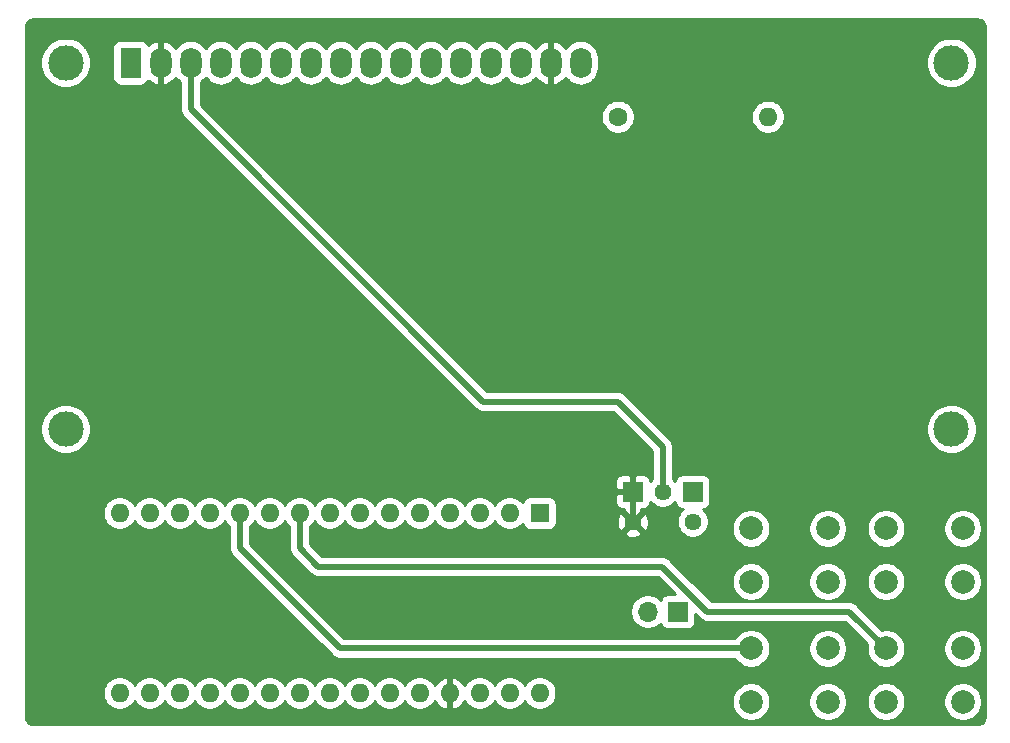
<source format=gbr>
%TF.GenerationSoftware,KiCad,Pcbnew,(5.1.9)-1*%
%TF.CreationDate,2021-05-01T20:45:07-06:00*%
%TF.ProjectId,decoder,6465636f-6465-4722-9e6b-696361645f70,rev?*%
%TF.SameCoordinates,Original*%
%TF.FileFunction,Copper,L2,Bot*%
%TF.FilePolarity,Positive*%
%FSLAX46Y46*%
G04 Gerber Fmt 4.6, Leading zero omitted, Abs format (unit mm)*
G04 Created by KiCad (PCBNEW (5.1.9)-1) date 2021-05-01 20:45:07*
%MOMM*%
%LPD*%
G01*
G04 APERTURE LIST*
%TA.AperFunction,ComponentPad*%
%ADD10R,1.800000X2.600000*%
%TD*%
%TA.AperFunction,ComponentPad*%
%ADD11O,1.800000X2.600000*%
%TD*%
%TA.AperFunction,ComponentPad*%
%ADD12C,3.000000*%
%TD*%
%TA.AperFunction,ComponentPad*%
%ADD13C,2.000000*%
%TD*%
%TA.AperFunction,ComponentPad*%
%ADD14R,1.600000X1.600000*%
%TD*%
%TA.AperFunction,ComponentPad*%
%ADD15O,1.600000X1.600000*%
%TD*%
%TA.AperFunction,ComponentPad*%
%ADD16R,1.700000X1.700000*%
%TD*%
%TA.AperFunction,ComponentPad*%
%ADD17O,1.700000X1.700000*%
%TD*%
%TA.AperFunction,ComponentPad*%
%ADD18C,1.440000*%
%TD*%
%TA.AperFunction,ComponentPad*%
%ADD19C,1.600000*%
%TD*%
%TA.AperFunction,Conductor*%
%ADD20C,0.500000*%
%TD*%
%TA.AperFunction,Conductor*%
%ADD21C,0.254000*%
%TD*%
%TA.AperFunction,Conductor*%
%ADD22C,0.100000*%
%TD*%
G04 APERTURE END LIST*
D10*
%TO.P,DS1,1*%
%TO.N,GND*%
X83205001Y-66560001D03*
D11*
%TO.P,DS1,2*%
%TO.N,+5V*%
X85745001Y-66560001D03*
%TO.P,DS1,3*%
%TO.N,Contrast*%
X88285001Y-66560001D03*
%TO.P,DS1,4*%
%TO.N,RS*%
X90825001Y-66560001D03*
%TO.P,DS1,5*%
%TO.N,GND*%
X93365001Y-66560001D03*
%TO.P,DS1,6*%
%TO.N,Enable*%
X95905001Y-66560001D03*
%TO.P,DS1,7*%
%TO.N,Net-(DS1-Pad7)*%
X98445001Y-66560001D03*
%TO.P,DS1,8*%
%TO.N,Net-(DS1-Pad8)*%
X100985001Y-66560001D03*
%TO.P,DS1,9*%
%TO.N,Net-(DS1-Pad9)*%
X103525001Y-66560001D03*
%TO.P,DS1,10*%
%TO.N,Net-(DS1-Pad10)*%
X106065001Y-66560001D03*
%TO.P,DS1,11*%
%TO.N,D4*%
X108605001Y-66560001D03*
%TO.P,DS1,12*%
%TO.N,D5*%
X111145001Y-66560001D03*
%TO.P,DS1,13*%
%TO.N,D6*%
X113685001Y-66560001D03*
%TO.P,DS1,14*%
%TO.N,D7*%
X116225001Y-66560001D03*
%TO.P,DS1,15*%
%TO.N,+5V*%
X118765001Y-66560001D03*
%TO.P,DS1,16*%
%TO.N,Net-(DS1-Pad16)*%
X121305001Y-66560001D03*
D12*
%TO.P,DS1,*%
%TO.N,*%
X77705901Y-66560001D03*
X77705901Y-97560701D03*
X152704481Y-97560701D03*
X152705001Y-66560001D03*
%TD*%
D13*
%TO.P,SW1,2*%
%TO.N,Net-(A1-Pad10)*%
X142240000Y-105990000D03*
%TO.P,SW1,1*%
%TO.N,GND*%
X142240000Y-110490000D03*
%TO.P,SW1,2*%
%TO.N,Net-(A1-Pad10)*%
X135740000Y-105990000D03*
%TO.P,SW1,1*%
%TO.N,GND*%
X135740000Y-110490000D03*
%TD*%
D14*
%TO.P,A1,1*%
%TO.N,Net-(A1-Pad1)*%
X117834999Y-104695001D03*
D15*
%TO.P,A1,17*%
%TO.N,Net-(A1-Pad17)*%
X84814999Y-119935001D03*
%TO.P,A1,2*%
%TO.N,Net-(A1-Pad2)*%
X115294999Y-104695001D03*
%TO.P,A1,18*%
%TO.N,Net-(A1-Pad18)*%
X87354999Y-119935001D03*
%TO.P,A1,3*%
%TO.N,Net-(A1-Pad3)*%
X112754999Y-104695001D03*
%TO.P,A1,19*%
%TO.N,Net-(A1-Pad19)*%
X89894999Y-119935001D03*
%TO.P,A1,4*%
%TO.N,GND*%
X110214999Y-104695001D03*
%TO.P,A1,20*%
%TO.N,Net-(A1-Pad20)*%
X92434999Y-119935001D03*
%TO.P,A1,5*%
%TO.N,D7*%
X107674999Y-104695001D03*
%TO.P,A1,21*%
%TO.N,Net-(A1-Pad21)*%
X94974999Y-119935001D03*
%TO.P,A1,6*%
%TO.N,D6*%
X105134999Y-104695001D03*
%TO.P,A1,22*%
%TO.N,Net-(A1-Pad22)*%
X97514999Y-119935001D03*
%TO.P,A1,7*%
%TO.N,D5*%
X102594999Y-104695001D03*
%TO.P,A1,23*%
%TO.N,Net-(A1-Pad23)*%
X100054999Y-119935001D03*
%TO.P,A1,8*%
%TO.N,D4*%
X100054999Y-104695001D03*
%TO.P,A1,24*%
%TO.N,Net-(A1-Pad24)*%
X102594999Y-119935001D03*
%TO.P,A1,9*%
%TO.N,Net-(A1-Pad9)*%
X97514999Y-104695001D03*
%TO.P,A1,25*%
%TO.N,Net-(A1-Pad25)*%
X105134999Y-119935001D03*
%TO.P,A1,10*%
%TO.N,Net-(A1-Pad10)*%
X94974999Y-104695001D03*
%TO.P,A1,26*%
%TO.N,Net-(A1-Pad26)*%
X107674999Y-119935001D03*
%TO.P,A1,11*%
%TO.N,Net-(A1-Pad11)*%
X92434999Y-104695001D03*
%TO.P,A1,27*%
%TO.N,+5V*%
X110214999Y-119935001D03*
%TO.P,A1,12*%
%TO.N,Net-(A1-Pad12)*%
X89894999Y-104695001D03*
%TO.P,A1,28*%
%TO.N,Net-(A1-Pad28)*%
X112754999Y-119935001D03*
%TO.P,A1,13*%
%TO.N,Net-(A1-Pad13)*%
X87354999Y-104695001D03*
%TO.P,A1,29*%
%TO.N,GND*%
X115294999Y-119935001D03*
%TO.P,A1,14*%
%TO.N,Enable*%
X84814999Y-104695001D03*
%TO.P,A1,30*%
%TO.N,VIN*%
X117834999Y-119935001D03*
%TO.P,A1,15*%
%TO.N,RS*%
X82274999Y-104695001D03*
%TO.P,A1,16*%
%TO.N,Net-(A1-Pad16)*%
X82274999Y-119935001D03*
%TD*%
D16*
%TO.P,J2,1*%
%TO.N,VIN*%
X129540000Y-113030000D03*
D17*
%TO.P,J2,2*%
%TO.N,GND*%
X127000000Y-113030000D03*
%TD*%
D18*
%TO.P,RV1,3*%
%TO.N,+5V*%
X125730000Y-105410000D03*
%TO.P,RV1,2*%
%TO.N,Contrast*%
X128270000Y-102870000D03*
%TO.P,RV1,1*%
%TO.N,GND*%
X130810000Y-105410000D03*
%TD*%
D13*
%TO.P,SW2,1*%
%TO.N,GND*%
X135740000Y-120650000D03*
%TO.P,SW2,2*%
%TO.N,Net-(A1-Pad11)*%
X135740000Y-116150000D03*
%TO.P,SW2,1*%
%TO.N,GND*%
X142240000Y-120650000D03*
%TO.P,SW2,2*%
%TO.N,Net-(A1-Pad11)*%
X142240000Y-116150000D03*
%TD*%
%TO.P,SW3,2*%
%TO.N,Net-(A1-Pad12)*%
X153670000Y-105990000D03*
%TO.P,SW3,1*%
%TO.N,GND*%
X153670000Y-110490000D03*
%TO.P,SW3,2*%
%TO.N,Net-(A1-Pad12)*%
X147170000Y-105990000D03*
%TO.P,SW3,1*%
%TO.N,GND*%
X147170000Y-110490000D03*
%TD*%
%TO.P,SW4,2*%
%TO.N,Net-(A1-Pad9)*%
X153670000Y-116150000D03*
%TO.P,SW4,1*%
%TO.N,GND*%
X153670000Y-120650000D03*
%TO.P,SW4,2*%
%TO.N,Net-(A1-Pad9)*%
X147170000Y-116150000D03*
%TO.P,SW4,1*%
%TO.N,GND*%
X147170000Y-120650000D03*
%TD*%
D19*
%TO.P,R1,1*%
%TO.N,Net-(DS1-Pad16)*%
X124460000Y-71120000D03*
D15*
%TO.P,R1,2*%
%TO.N,GND*%
X137160000Y-71120000D03*
%TD*%
D16*
%TO.P,J1,1*%
%TO.N,+5V*%
X125730000Y-102870000D03*
%TD*%
%TO.P,J3,1*%
%TO.N,Net-(J3-Pad1)*%
X130810000Y-102870000D03*
%TD*%
D20*
%TO.N,Net-(A1-Pad9)*%
X99060000Y-109220000D02*
X97514999Y-107674999D01*
X97514999Y-107674999D02*
X97514999Y-104695001D01*
X128240002Y-109220000D02*
X99060000Y-109220000D01*
X132050002Y-113030000D02*
X128240002Y-109220000D01*
X144050000Y-113030000D02*
X132050002Y-113030000D01*
X147170000Y-116150000D02*
X144050000Y-113030000D01*
%TO.N,Net-(A1-Pad11)*%
X135740000Y-116150000D02*
X100910000Y-116150000D01*
X92434999Y-107674999D02*
X100910000Y-116150000D01*
X92434999Y-104695001D02*
X92434999Y-107674999D01*
%TO.N,+5V*%
X125730000Y-102870000D02*
X125730000Y-105410000D01*
%TO.N,Contrast*%
X88285001Y-66560001D02*
X88285001Y-70505001D01*
X88285001Y-70505001D02*
X113030000Y-95250000D01*
X113030000Y-95250000D02*
X124460000Y-95250000D01*
X124460000Y-95250000D02*
X128270000Y-99060000D01*
X128270000Y-99060000D02*
X128270000Y-102870000D01*
%TD*%
D21*
%TO.N,+5V*%
X155057869Y-62904722D02*
X155171246Y-62938953D01*
X155275819Y-62994555D01*
X155367596Y-63069407D01*
X155443091Y-63160664D01*
X155499419Y-63264844D01*
X155534440Y-63377976D01*
X155550001Y-63526031D01*
X155550000Y-121887721D01*
X155535278Y-122037869D01*
X155501047Y-122151246D01*
X155445446Y-122255817D01*
X155370594Y-122347595D01*
X155279335Y-122423091D01*
X155175160Y-122479419D01*
X155062024Y-122514440D01*
X154913979Y-122530000D01*
X74962279Y-122530000D01*
X74812131Y-122515278D01*
X74698754Y-122481047D01*
X74594183Y-122425446D01*
X74502405Y-122350594D01*
X74426909Y-122259335D01*
X74370581Y-122155160D01*
X74335560Y-122042024D01*
X74320000Y-121893979D01*
X74320000Y-119793666D01*
X80839999Y-119793666D01*
X80839999Y-120076336D01*
X80895146Y-120353575D01*
X81003319Y-120614728D01*
X81160362Y-120849760D01*
X81360240Y-121049638D01*
X81595272Y-121206681D01*
X81856425Y-121314854D01*
X82133664Y-121370001D01*
X82416334Y-121370001D01*
X82693573Y-121314854D01*
X82954726Y-121206681D01*
X83189758Y-121049638D01*
X83389636Y-120849760D01*
X83544999Y-120617242D01*
X83700362Y-120849760D01*
X83900240Y-121049638D01*
X84135272Y-121206681D01*
X84396425Y-121314854D01*
X84673664Y-121370001D01*
X84956334Y-121370001D01*
X85233573Y-121314854D01*
X85494726Y-121206681D01*
X85729758Y-121049638D01*
X85929636Y-120849760D01*
X86084999Y-120617242D01*
X86240362Y-120849760D01*
X86440240Y-121049638D01*
X86675272Y-121206681D01*
X86936425Y-121314854D01*
X87213664Y-121370001D01*
X87496334Y-121370001D01*
X87773573Y-121314854D01*
X88034726Y-121206681D01*
X88269758Y-121049638D01*
X88469636Y-120849760D01*
X88624999Y-120617242D01*
X88780362Y-120849760D01*
X88980240Y-121049638D01*
X89215272Y-121206681D01*
X89476425Y-121314854D01*
X89753664Y-121370001D01*
X90036334Y-121370001D01*
X90313573Y-121314854D01*
X90574726Y-121206681D01*
X90809758Y-121049638D01*
X91009636Y-120849760D01*
X91164999Y-120617242D01*
X91320362Y-120849760D01*
X91520240Y-121049638D01*
X91755272Y-121206681D01*
X92016425Y-121314854D01*
X92293664Y-121370001D01*
X92576334Y-121370001D01*
X92853573Y-121314854D01*
X93114726Y-121206681D01*
X93349758Y-121049638D01*
X93549636Y-120849760D01*
X93704999Y-120617242D01*
X93860362Y-120849760D01*
X94060240Y-121049638D01*
X94295272Y-121206681D01*
X94556425Y-121314854D01*
X94833664Y-121370001D01*
X95116334Y-121370001D01*
X95393573Y-121314854D01*
X95654726Y-121206681D01*
X95889758Y-121049638D01*
X96089636Y-120849760D01*
X96244999Y-120617242D01*
X96400362Y-120849760D01*
X96600240Y-121049638D01*
X96835272Y-121206681D01*
X97096425Y-121314854D01*
X97373664Y-121370001D01*
X97656334Y-121370001D01*
X97933573Y-121314854D01*
X98194726Y-121206681D01*
X98429758Y-121049638D01*
X98629636Y-120849760D01*
X98784999Y-120617242D01*
X98940362Y-120849760D01*
X99140240Y-121049638D01*
X99375272Y-121206681D01*
X99636425Y-121314854D01*
X99913664Y-121370001D01*
X100196334Y-121370001D01*
X100473573Y-121314854D01*
X100734726Y-121206681D01*
X100969758Y-121049638D01*
X101169636Y-120849760D01*
X101324999Y-120617242D01*
X101480362Y-120849760D01*
X101680240Y-121049638D01*
X101915272Y-121206681D01*
X102176425Y-121314854D01*
X102453664Y-121370001D01*
X102736334Y-121370001D01*
X103013573Y-121314854D01*
X103274726Y-121206681D01*
X103509758Y-121049638D01*
X103709636Y-120849760D01*
X103864999Y-120617242D01*
X104020362Y-120849760D01*
X104220240Y-121049638D01*
X104455272Y-121206681D01*
X104716425Y-121314854D01*
X104993664Y-121370001D01*
X105276334Y-121370001D01*
X105553573Y-121314854D01*
X105814726Y-121206681D01*
X106049758Y-121049638D01*
X106249636Y-120849760D01*
X106404999Y-120617242D01*
X106560362Y-120849760D01*
X106760240Y-121049638D01*
X106995272Y-121206681D01*
X107256425Y-121314854D01*
X107533664Y-121370001D01*
X107816334Y-121370001D01*
X108093573Y-121314854D01*
X108354726Y-121206681D01*
X108589758Y-121049638D01*
X108789636Y-120849760D01*
X108946679Y-120614728D01*
X108951066Y-120604136D01*
X109062614Y-120790132D01*
X109251585Y-120998520D01*
X109477579Y-121166038D01*
X109731912Y-121286247D01*
X109865960Y-121326905D01*
X110087999Y-121204916D01*
X110087999Y-120062001D01*
X110067999Y-120062001D01*
X110067999Y-119808001D01*
X110087999Y-119808001D01*
X110087999Y-118665086D01*
X110341999Y-118665086D01*
X110341999Y-119808001D01*
X110361999Y-119808001D01*
X110361999Y-120062001D01*
X110341999Y-120062001D01*
X110341999Y-121204916D01*
X110564038Y-121326905D01*
X110698086Y-121286247D01*
X110952419Y-121166038D01*
X111178413Y-120998520D01*
X111367384Y-120790132D01*
X111478932Y-120604136D01*
X111483319Y-120614728D01*
X111640362Y-120849760D01*
X111840240Y-121049638D01*
X112075272Y-121206681D01*
X112336425Y-121314854D01*
X112613664Y-121370001D01*
X112896334Y-121370001D01*
X113173573Y-121314854D01*
X113434726Y-121206681D01*
X113669758Y-121049638D01*
X113869636Y-120849760D01*
X114024999Y-120617242D01*
X114180362Y-120849760D01*
X114380240Y-121049638D01*
X114615272Y-121206681D01*
X114876425Y-121314854D01*
X115153664Y-121370001D01*
X115436334Y-121370001D01*
X115713573Y-121314854D01*
X115974726Y-121206681D01*
X116209758Y-121049638D01*
X116409636Y-120849760D01*
X116564999Y-120617242D01*
X116720362Y-120849760D01*
X116920240Y-121049638D01*
X117155272Y-121206681D01*
X117416425Y-121314854D01*
X117693664Y-121370001D01*
X117976334Y-121370001D01*
X118253573Y-121314854D01*
X118514726Y-121206681D01*
X118749758Y-121049638D01*
X118949636Y-120849760D01*
X119106679Y-120614728D01*
X119158770Y-120488967D01*
X134105000Y-120488967D01*
X134105000Y-120811033D01*
X134167832Y-121126912D01*
X134291082Y-121424463D01*
X134470013Y-121692252D01*
X134697748Y-121919987D01*
X134965537Y-122098918D01*
X135263088Y-122222168D01*
X135578967Y-122285000D01*
X135901033Y-122285000D01*
X136216912Y-122222168D01*
X136514463Y-122098918D01*
X136782252Y-121919987D01*
X137009987Y-121692252D01*
X137188918Y-121424463D01*
X137312168Y-121126912D01*
X137375000Y-120811033D01*
X137375000Y-120488967D01*
X140605000Y-120488967D01*
X140605000Y-120811033D01*
X140667832Y-121126912D01*
X140791082Y-121424463D01*
X140970013Y-121692252D01*
X141197748Y-121919987D01*
X141465537Y-122098918D01*
X141763088Y-122222168D01*
X142078967Y-122285000D01*
X142401033Y-122285000D01*
X142716912Y-122222168D01*
X143014463Y-122098918D01*
X143282252Y-121919987D01*
X143509987Y-121692252D01*
X143688918Y-121424463D01*
X143812168Y-121126912D01*
X143875000Y-120811033D01*
X143875000Y-120488967D01*
X145535000Y-120488967D01*
X145535000Y-120811033D01*
X145597832Y-121126912D01*
X145721082Y-121424463D01*
X145900013Y-121692252D01*
X146127748Y-121919987D01*
X146395537Y-122098918D01*
X146693088Y-122222168D01*
X147008967Y-122285000D01*
X147331033Y-122285000D01*
X147646912Y-122222168D01*
X147944463Y-122098918D01*
X148212252Y-121919987D01*
X148439987Y-121692252D01*
X148618918Y-121424463D01*
X148742168Y-121126912D01*
X148805000Y-120811033D01*
X148805000Y-120488967D01*
X152035000Y-120488967D01*
X152035000Y-120811033D01*
X152097832Y-121126912D01*
X152221082Y-121424463D01*
X152400013Y-121692252D01*
X152627748Y-121919987D01*
X152895537Y-122098918D01*
X153193088Y-122222168D01*
X153508967Y-122285000D01*
X153831033Y-122285000D01*
X154146912Y-122222168D01*
X154444463Y-122098918D01*
X154712252Y-121919987D01*
X154939987Y-121692252D01*
X155118918Y-121424463D01*
X155242168Y-121126912D01*
X155305000Y-120811033D01*
X155305000Y-120488967D01*
X155242168Y-120173088D01*
X155118918Y-119875537D01*
X154939987Y-119607748D01*
X154712252Y-119380013D01*
X154444463Y-119201082D01*
X154146912Y-119077832D01*
X153831033Y-119015000D01*
X153508967Y-119015000D01*
X153193088Y-119077832D01*
X152895537Y-119201082D01*
X152627748Y-119380013D01*
X152400013Y-119607748D01*
X152221082Y-119875537D01*
X152097832Y-120173088D01*
X152035000Y-120488967D01*
X148805000Y-120488967D01*
X148742168Y-120173088D01*
X148618918Y-119875537D01*
X148439987Y-119607748D01*
X148212252Y-119380013D01*
X147944463Y-119201082D01*
X147646912Y-119077832D01*
X147331033Y-119015000D01*
X147008967Y-119015000D01*
X146693088Y-119077832D01*
X146395537Y-119201082D01*
X146127748Y-119380013D01*
X145900013Y-119607748D01*
X145721082Y-119875537D01*
X145597832Y-120173088D01*
X145535000Y-120488967D01*
X143875000Y-120488967D01*
X143812168Y-120173088D01*
X143688918Y-119875537D01*
X143509987Y-119607748D01*
X143282252Y-119380013D01*
X143014463Y-119201082D01*
X142716912Y-119077832D01*
X142401033Y-119015000D01*
X142078967Y-119015000D01*
X141763088Y-119077832D01*
X141465537Y-119201082D01*
X141197748Y-119380013D01*
X140970013Y-119607748D01*
X140791082Y-119875537D01*
X140667832Y-120173088D01*
X140605000Y-120488967D01*
X137375000Y-120488967D01*
X137312168Y-120173088D01*
X137188918Y-119875537D01*
X137009987Y-119607748D01*
X136782252Y-119380013D01*
X136514463Y-119201082D01*
X136216912Y-119077832D01*
X135901033Y-119015000D01*
X135578967Y-119015000D01*
X135263088Y-119077832D01*
X134965537Y-119201082D01*
X134697748Y-119380013D01*
X134470013Y-119607748D01*
X134291082Y-119875537D01*
X134167832Y-120173088D01*
X134105000Y-120488967D01*
X119158770Y-120488967D01*
X119214852Y-120353575D01*
X119269999Y-120076336D01*
X119269999Y-119793666D01*
X119214852Y-119516427D01*
X119106679Y-119255274D01*
X118949636Y-119020242D01*
X118749758Y-118820364D01*
X118514726Y-118663321D01*
X118253573Y-118555148D01*
X117976334Y-118500001D01*
X117693664Y-118500001D01*
X117416425Y-118555148D01*
X117155272Y-118663321D01*
X116920240Y-118820364D01*
X116720362Y-119020242D01*
X116564999Y-119252760D01*
X116409636Y-119020242D01*
X116209758Y-118820364D01*
X115974726Y-118663321D01*
X115713573Y-118555148D01*
X115436334Y-118500001D01*
X115153664Y-118500001D01*
X114876425Y-118555148D01*
X114615272Y-118663321D01*
X114380240Y-118820364D01*
X114180362Y-119020242D01*
X114024999Y-119252760D01*
X113869636Y-119020242D01*
X113669758Y-118820364D01*
X113434726Y-118663321D01*
X113173573Y-118555148D01*
X112896334Y-118500001D01*
X112613664Y-118500001D01*
X112336425Y-118555148D01*
X112075272Y-118663321D01*
X111840240Y-118820364D01*
X111640362Y-119020242D01*
X111483319Y-119255274D01*
X111478932Y-119265866D01*
X111367384Y-119079870D01*
X111178413Y-118871482D01*
X110952419Y-118703964D01*
X110698086Y-118583755D01*
X110564038Y-118543097D01*
X110341999Y-118665086D01*
X110087999Y-118665086D01*
X109865960Y-118543097D01*
X109731912Y-118583755D01*
X109477579Y-118703964D01*
X109251585Y-118871482D01*
X109062614Y-119079870D01*
X108951066Y-119265866D01*
X108946679Y-119255274D01*
X108789636Y-119020242D01*
X108589758Y-118820364D01*
X108354726Y-118663321D01*
X108093573Y-118555148D01*
X107816334Y-118500001D01*
X107533664Y-118500001D01*
X107256425Y-118555148D01*
X106995272Y-118663321D01*
X106760240Y-118820364D01*
X106560362Y-119020242D01*
X106404999Y-119252760D01*
X106249636Y-119020242D01*
X106049758Y-118820364D01*
X105814726Y-118663321D01*
X105553573Y-118555148D01*
X105276334Y-118500001D01*
X104993664Y-118500001D01*
X104716425Y-118555148D01*
X104455272Y-118663321D01*
X104220240Y-118820364D01*
X104020362Y-119020242D01*
X103864999Y-119252760D01*
X103709636Y-119020242D01*
X103509758Y-118820364D01*
X103274726Y-118663321D01*
X103013573Y-118555148D01*
X102736334Y-118500001D01*
X102453664Y-118500001D01*
X102176425Y-118555148D01*
X101915272Y-118663321D01*
X101680240Y-118820364D01*
X101480362Y-119020242D01*
X101324999Y-119252760D01*
X101169636Y-119020242D01*
X100969758Y-118820364D01*
X100734726Y-118663321D01*
X100473573Y-118555148D01*
X100196334Y-118500001D01*
X99913664Y-118500001D01*
X99636425Y-118555148D01*
X99375272Y-118663321D01*
X99140240Y-118820364D01*
X98940362Y-119020242D01*
X98784999Y-119252760D01*
X98629636Y-119020242D01*
X98429758Y-118820364D01*
X98194726Y-118663321D01*
X97933573Y-118555148D01*
X97656334Y-118500001D01*
X97373664Y-118500001D01*
X97096425Y-118555148D01*
X96835272Y-118663321D01*
X96600240Y-118820364D01*
X96400362Y-119020242D01*
X96244999Y-119252760D01*
X96089636Y-119020242D01*
X95889758Y-118820364D01*
X95654726Y-118663321D01*
X95393573Y-118555148D01*
X95116334Y-118500001D01*
X94833664Y-118500001D01*
X94556425Y-118555148D01*
X94295272Y-118663321D01*
X94060240Y-118820364D01*
X93860362Y-119020242D01*
X93704999Y-119252760D01*
X93549636Y-119020242D01*
X93349758Y-118820364D01*
X93114726Y-118663321D01*
X92853573Y-118555148D01*
X92576334Y-118500001D01*
X92293664Y-118500001D01*
X92016425Y-118555148D01*
X91755272Y-118663321D01*
X91520240Y-118820364D01*
X91320362Y-119020242D01*
X91164999Y-119252760D01*
X91009636Y-119020242D01*
X90809758Y-118820364D01*
X90574726Y-118663321D01*
X90313573Y-118555148D01*
X90036334Y-118500001D01*
X89753664Y-118500001D01*
X89476425Y-118555148D01*
X89215272Y-118663321D01*
X88980240Y-118820364D01*
X88780362Y-119020242D01*
X88624999Y-119252760D01*
X88469636Y-119020242D01*
X88269758Y-118820364D01*
X88034726Y-118663321D01*
X87773573Y-118555148D01*
X87496334Y-118500001D01*
X87213664Y-118500001D01*
X86936425Y-118555148D01*
X86675272Y-118663321D01*
X86440240Y-118820364D01*
X86240362Y-119020242D01*
X86084999Y-119252760D01*
X85929636Y-119020242D01*
X85729758Y-118820364D01*
X85494726Y-118663321D01*
X85233573Y-118555148D01*
X84956334Y-118500001D01*
X84673664Y-118500001D01*
X84396425Y-118555148D01*
X84135272Y-118663321D01*
X83900240Y-118820364D01*
X83700362Y-119020242D01*
X83544999Y-119252760D01*
X83389636Y-119020242D01*
X83189758Y-118820364D01*
X82954726Y-118663321D01*
X82693573Y-118555148D01*
X82416334Y-118500001D01*
X82133664Y-118500001D01*
X81856425Y-118555148D01*
X81595272Y-118663321D01*
X81360240Y-118820364D01*
X81160362Y-119020242D01*
X81003319Y-119255274D01*
X80895146Y-119516427D01*
X80839999Y-119793666D01*
X74320000Y-119793666D01*
X74320000Y-104553666D01*
X80839999Y-104553666D01*
X80839999Y-104836336D01*
X80895146Y-105113575D01*
X81003319Y-105374728D01*
X81160362Y-105609760D01*
X81360240Y-105809638D01*
X81595272Y-105966681D01*
X81856425Y-106074854D01*
X82133664Y-106130001D01*
X82416334Y-106130001D01*
X82693573Y-106074854D01*
X82954726Y-105966681D01*
X83189758Y-105809638D01*
X83389636Y-105609760D01*
X83544999Y-105377242D01*
X83700362Y-105609760D01*
X83900240Y-105809638D01*
X84135272Y-105966681D01*
X84396425Y-106074854D01*
X84673664Y-106130001D01*
X84956334Y-106130001D01*
X85233573Y-106074854D01*
X85494726Y-105966681D01*
X85729758Y-105809638D01*
X85929636Y-105609760D01*
X86084999Y-105377242D01*
X86240362Y-105609760D01*
X86440240Y-105809638D01*
X86675272Y-105966681D01*
X86936425Y-106074854D01*
X87213664Y-106130001D01*
X87496334Y-106130001D01*
X87773573Y-106074854D01*
X88034726Y-105966681D01*
X88269758Y-105809638D01*
X88469636Y-105609760D01*
X88624999Y-105377242D01*
X88780362Y-105609760D01*
X88980240Y-105809638D01*
X89215272Y-105966681D01*
X89476425Y-106074854D01*
X89753664Y-106130001D01*
X90036334Y-106130001D01*
X90313573Y-106074854D01*
X90574726Y-105966681D01*
X90809758Y-105809638D01*
X91009636Y-105609760D01*
X91164999Y-105377242D01*
X91320362Y-105609760D01*
X91520240Y-105809638D01*
X91549999Y-105829523D01*
X91550000Y-107631520D01*
X91545718Y-107674999D01*
X91562804Y-107848489D01*
X91613411Y-108015312D01*
X91695589Y-108169058D01*
X91778467Y-108270045D01*
X91778470Y-108270048D01*
X91806183Y-108303816D01*
X91839951Y-108331529D01*
X100253470Y-116745049D01*
X100281183Y-116778817D01*
X100314951Y-116806530D01*
X100314953Y-116806532D01*
X100386452Y-116865210D01*
X100415941Y-116889411D01*
X100569687Y-116971589D01*
X100736510Y-117022195D01*
X100866523Y-117035000D01*
X100866533Y-117035000D01*
X100909999Y-117039281D01*
X100953465Y-117035000D01*
X134364941Y-117035000D01*
X134470013Y-117192252D01*
X134697748Y-117419987D01*
X134965537Y-117598918D01*
X135263088Y-117722168D01*
X135578967Y-117785000D01*
X135901033Y-117785000D01*
X136216912Y-117722168D01*
X136514463Y-117598918D01*
X136782252Y-117419987D01*
X137009987Y-117192252D01*
X137188918Y-116924463D01*
X137312168Y-116626912D01*
X137375000Y-116311033D01*
X137375000Y-115988967D01*
X140605000Y-115988967D01*
X140605000Y-116311033D01*
X140667832Y-116626912D01*
X140791082Y-116924463D01*
X140970013Y-117192252D01*
X141197748Y-117419987D01*
X141465537Y-117598918D01*
X141763088Y-117722168D01*
X142078967Y-117785000D01*
X142401033Y-117785000D01*
X142716912Y-117722168D01*
X143014463Y-117598918D01*
X143282252Y-117419987D01*
X143509987Y-117192252D01*
X143688918Y-116924463D01*
X143812168Y-116626912D01*
X143875000Y-116311033D01*
X143875000Y-115988967D01*
X143812168Y-115673088D01*
X143688918Y-115375537D01*
X143509987Y-115107748D01*
X143282252Y-114880013D01*
X143014463Y-114701082D01*
X142716912Y-114577832D01*
X142401033Y-114515000D01*
X142078967Y-114515000D01*
X141763088Y-114577832D01*
X141465537Y-114701082D01*
X141197748Y-114880013D01*
X140970013Y-115107748D01*
X140791082Y-115375537D01*
X140667832Y-115673088D01*
X140605000Y-115988967D01*
X137375000Y-115988967D01*
X137312168Y-115673088D01*
X137188918Y-115375537D01*
X137009987Y-115107748D01*
X136782252Y-114880013D01*
X136514463Y-114701082D01*
X136216912Y-114577832D01*
X135901033Y-114515000D01*
X135578967Y-114515000D01*
X135263088Y-114577832D01*
X134965537Y-114701082D01*
X134697748Y-114880013D01*
X134470013Y-115107748D01*
X134364941Y-115265000D01*
X101276579Y-115265000D01*
X93319999Y-107308421D01*
X93319999Y-105829522D01*
X93349758Y-105809638D01*
X93549636Y-105609760D01*
X93704999Y-105377242D01*
X93860362Y-105609760D01*
X94060240Y-105809638D01*
X94295272Y-105966681D01*
X94556425Y-106074854D01*
X94833664Y-106130001D01*
X95116334Y-106130001D01*
X95393573Y-106074854D01*
X95654726Y-105966681D01*
X95889758Y-105809638D01*
X96089636Y-105609760D01*
X96244999Y-105377242D01*
X96400362Y-105609760D01*
X96600240Y-105809638D01*
X96630000Y-105829523D01*
X96629999Y-107631530D01*
X96625718Y-107674999D01*
X96629999Y-107718468D01*
X96629999Y-107718475D01*
X96642804Y-107848488D01*
X96693410Y-108015311D01*
X96775588Y-108169057D01*
X96886182Y-108303816D01*
X96919955Y-108331533D01*
X98403470Y-109815049D01*
X98431183Y-109848817D01*
X98464951Y-109876530D01*
X98464953Y-109876532D01*
X98536452Y-109935210D01*
X98565941Y-109959411D01*
X98719687Y-110041589D01*
X98886510Y-110092195D01*
X99016523Y-110105000D01*
X99016533Y-110105000D01*
X99059999Y-110109281D01*
X99103465Y-110105000D01*
X127873424Y-110105000D01*
X129310352Y-111541928D01*
X128690000Y-111541928D01*
X128565518Y-111554188D01*
X128445820Y-111590498D01*
X128335506Y-111649463D01*
X128238815Y-111728815D01*
X128159463Y-111825506D01*
X128100498Y-111935820D01*
X128078487Y-112008380D01*
X127946632Y-111876525D01*
X127703411Y-111714010D01*
X127433158Y-111602068D01*
X127146260Y-111545000D01*
X126853740Y-111545000D01*
X126566842Y-111602068D01*
X126296589Y-111714010D01*
X126053368Y-111876525D01*
X125846525Y-112083368D01*
X125684010Y-112326589D01*
X125572068Y-112596842D01*
X125515000Y-112883740D01*
X125515000Y-113176260D01*
X125572068Y-113463158D01*
X125684010Y-113733411D01*
X125846525Y-113976632D01*
X126053368Y-114183475D01*
X126296589Y-114345990D01*
X126566842Y-114457932D01*
X126853740Y-114515000D01*
X127146260Y-114515000D01*
X127433158Y-114457932D01*
X127703411Y-114345990D01*
X127946632Y-114183475D01*
X128078487Y-114051620D01*
X128100498Y-114124180D01*
X128159463Y-114234494D01*
X128238815Y-114331185D01*
X128335506Y-114410537D01*
X128445820Y-114469502D01*
X128565518Y-114505812D01*
X128690000Y-114518072D01*
X130390000Y-114518072D01*
X130514482Y-114505812D01*
X130634180Y-114469502D01*
X130744494Y-114410537D01*
X130841185Y-114331185D01*
X130920537Y-114234494D01*
X130979502Y-114124180D01*
X131015812Y-114004482D01*
X131028072Y-113880000D01*
X131028072Y-113259649D01*
X131393472Y-113625049D01*
X131421185Y-113658817D01*
X131454953Y-113686530D01*
X131454955Y-113686532D01*
X131555943Y-113769411D01*
X131709688Y-113851589D01*
X131803346Y-113880000D01*
X131876512Y-113902195D01*
X132006525Y-113915000D01*
X132006533Y-113915000D01*
X132050002Y-113919281D01*
X132093471Y-113915000D01*
X143683422Y-113915000D01*
X145571896Y-115803475D01*
X145535000Y-115988967D01*
X145535000Y-116311033D01*
X145597832Y-116626912D01*
X145721082Y-116924463D01*
X145900013Y-117192252D01*
X146127748Y-117419987D01*
X146395537Y-117598918D01*
X146693088Y-117722168D01*
X147008967Y-117785000D01*
X147331033Y-117785000D01*
X147646912Y-117722168D01*
X147944463Y-117598918D01*
X148212252Y-117419987D01*
X148439987Y-117192252D01*
X148618918Y-116924463D01*
X148742168Y-116626912D01*
X148805000Y-116311033D01*
X148805000Y-115988967D01*
X152035000Y-115988967D01*
X152035000Y-116311033D01*
X152097832Y-116626912D01*
X152221082Y-116924463D01*
X152400013Y-117192252D01*
X152627748Y-117419987D01*
X152895537Y-117598918D01*
X153193088Y-117722168D01*
X153508967Y-117785000D01*
X153831033Y-117785000D01*
X154146912Y-117722168D01*
X154444463Y-117598918D01*
X154712252Y-117419987D01*
X154939987Y-117192252D01*
X155118918Y-116924463D01*
X155242168Y-116626912D01*
X155305000Y-116311033D01*
X155305000Y-115988967D01*
X155242168Y-115673088D01*
X155118918Y-115375537D01*
X154939987Y-115107748D01*
X154712252Y-114880013D01*
X154444463Y-114701082D01*
X154146912Y-114577832D01*
X153831033Y-114515000D01*
X153508967Y-114515000D01*
X153193088Y-114577832D01*
X152895537Y-114701082D01*
X152627748Y-114880013D01*
X152400013Y-115107748D01*
X152221082Y-115375537D01*
X152097832Y-115673088D01*
X152035000Y-115988967D01*
X148805000Y-115988967D01*
X148742168Y-115673088D01*
X148618918Y-115375537D01*
X148439987Y-115107748D01*
X148212252Y-114880013D01*
X147944463Y-114701082D01*
X147646912Y-114577832D01*
X147331033Y-114515000D01*
X147008967Y-114515000D01*
X146823475Y-114551896D01*
X144706534Y-112434956D01*
X144678817Y-112401183D01*
X144544059Y-112290589D01*
X144390313Y-112208411D01*
X144223490Y-112157805D01*
X144093477Y-112145000D01*
X144093469Y-112145000D01*
X144050000Y-112140719D01*
X144006531Y-112145000D01*
X132416581Y-112145000D01*
X130600548Y-110328967D01*
X134105000Y-110328967D01*
X134105000Y-110651033D01*
X134167832Y-110966912D01*
X134291082Y-111264463D01*
X134470013Y-111532252D01*
X134697748Y-111759987D01*
X134965537Y-111938918D01*
X135263088Y-112062168D01*
X135578967Y-112125000D01*
X135901033Y-112125000D01*
X136216912Y-112062168D01*
X136514463Y-111938918D01*
X136782252Y-111759987D01*
X137009987Y-111532252D01*
X137188918Y-111264463D01*
X137312168Y-110966912D01*
X137375000Y-110651033D01*
X137375000Y-110328967D01*
X140605000Y-110328967D01*
X140605000Y-110651033D01*
X140667832Y-110966912D01*
X140791082Y-111264463D01*
X140970013Y-111532252D01*
X141197748Y-111759987D01*
X141465537Y-111938918D01*
X141763088Y-112062168D01*
X142078967Y-112125000D01*
X142401033Y-112125000D01*
X142716912Y-112062168D01*
X143014463Y-111938918D01*
X143282252Y-111759987D01*
X143509987Y-111532252D01*
X143688918Y-111264463D01*
X143812168Y-110966912D01*
X143875000Y-110651033D01*
X143875000Y-110328967D01*
X145535000Y-110328967D01*
X145535000Y-110651033D01*
X145597832Y-110966912D01*
X145721082Y-111264463D01*
X145900013Y-111532252D01*
X146127748Y-111759987D01*
X146395537Y-111938918D01*
X146693088Y-112062168D01*
X147008967Y-112125000D01*
X147331033Y-112125000D01*
X147646912Y-112062168D01*
X147944463Y-111938918D01*
X148212252Y-111759987D01*
X148439987Y-111532252D01*
X148618918Y-111264463D01*
X148742168Y-110966912D01*
X148805000Y-110651033D01*
X148805000Y-110328967D01*
X152035000Y-110328967D01*
X152035000Y-110651033D01*
X152097832Y-110966912D01*
X152221082Y-111264463D01*
X152400013Y-111532252D01*
X152627748Y-111759987D01*
X152895537Y-111938918D01*
X153193088Y-112062168D01*
X153508967Y-112125000D01*
X153831033Y-112125000D01*
X154146912Y-112062168D01*
X154444463Y-111938918D01*
X154712252Y-111759987D01*
X154939987Y-111532252D01*
X155118918Y-111264463D01*
X155242168Y-110966912D01*
X155305000Y-110651033D01*
X155305000Y-110328967D01*
X155242168Y-110013088D01*
X155118918Y-109715537D01*
X154939987Y-109447748D01*
X154712252Y-109220013D01*
X154444463Y-109041082D01*
X154146912Y-108917832D01*
X153831033Y-108855000D01*
X153508967Y-108855000D01*
X153193088Y-108917832D01*
X152895537Y-109041082D01*
X152627748Y-109220013D01*
X152400013Y-109447748D01*
X152221082Y-109715537D01*
X152097832Y-110013088D01*
X152035000Y-110328967D01*
X148805000Y-110328967D01*
X148742168Y-110013088D01*
X148618918Y-109715537D01*
X148439987Y-109447748D01*
X148212252Y-109220013D01*
X147944463Y-109041082D01*
X147646912Y-108917832D01*
X147331033Y-108855000D01*
X147008967Y-108855000D01*
X146693088Y-108917832D01*
X146395537Y-109041082D01*
X146127748Y-109220013D01*
X145900013Y-109447748D01*
X145721082Y-109715537D01*
X145597832Y-110013088D01*
X145535000Y-110328967D01*
X143875000Y-110328967D01*
X143812168Y-110013088D01*
X143688918Y-109715537D01*
X143509987Y-109447748D01*
X143282252Y-109220013D01*
X143014463Y-109041082D01*
X142716912Y-108917832D01*
X142401033Y-108855000D01*
X142078967Y-108855000D01*
X141763088Y-108917832D01*
X141465537Y-109041082D01*
X141197748Y-109220013D01*
X140970013Y-109447748D01*
X140791082Y-109715537D01*
X140667832Y-110013088D01*
X140605000Y-110328967D01*
X137375000Y-110328967D01*
X137312168Y-110013088D01*
X137188918Y-109715537D01*
X137009987Y-109447748D01*
X136782252Y-109220013D01*
X136514463Y-109041082D01*
X136216912Y-108917832D01*
X135901033Y-108855000D01*
X135578967Y-108855000D01*
X135263088Y-108917832D01*
X134965537Y-109041082D01*
X134697748Y-109220013D01*
X134470013Y-109447748D01*
X134291082Y-109715537D01*
X134167832Y-110013088D01*
X134105000Y-110328967D01*
X130600548Y-110328967D01*
X128896536Y-108624956D01*
X128868819Y-108591183D01*
X128734061Y-108480589D01*
X128580315Y-108398411D01*
X128413492Y-108347805D01*
X128283479Y-108335000D01*
X128283471Y-108335000D01*
X128240002Y-108330719D01*
X128196533Y-108335000D01*
X99426579Y-108335000D01*
X98399999Y-107308421D01*
X98399999Y-106345560D01*
X124974045Y-106345560D01*
X125035932Y-106581368D01*
X125277790Y-106694266D01*
X125537027Y-106757811D01*
X125803680Y-106769561D01*
X126067501Y-106729063D01*
X126318353Y-106637875D01*
X126424068Y-106581368D01*
X126485955Y-106345560D01*
X125730000Y-105589605D01*
X124974045Y-106345560D01*
X98399999Y-106345560D01*
X98399999Y-105829522D01*
X98429758Y-105809638D01*
X98629636Y-105609760D01*
X98784999Y-105377242D01*
X98940362Y-105609760D01*
X99140240Y-105809638D01*
X99375272Y-105966681D01*
X99636425Y-106074854D01*
X99913664Y-106130001D01*
X100196334Y-106130001D01*
X100473573Y-106074854D01*
X100734726Y-105966681D01*
X100969758Y-105809638D01*
X101169636Y-105609760D01*
X101324999Y-105377242D01*
X101480362Y-105609760D01*
X101680240Y-105809638D01*
X101915272Y-105966681D01*
X102176425Y-106074854D01*
X102453664Y-106130001D01*
X102736334Y-106130001D01*
X103013573Y-106074854D01*
X103274726Y-105966681D01*
X103509758Y-105809638D01*
X103709636Y-105609760D01*
X103864999Y-105377242D01*
X104020362Y-105609760D01*
X104220240Y-105809638D01*
X104455272Y-105966681D01*
X104716425Y-106074854D01*
X104993664Y-106130001D01*
X105276334Y-106130001D01*
X105553573Y-106074854D01*
X105814726Y-105966681D01*
X106049758Y-105809638D01*
X106249636Y-105609760D01*
X106404999Y-105377242D01*
X106560362Y-105609760D01*
X106760240Y-105809638D01*
X106995272Y-105966681D01*
X107256425Y-106074854D01*
X107533664Y-106130001D01*
X107816334Y-106130001D01*
X108093573Y-106074854D01*
X108354726Y-105966681D01*
X108589758Y-105809638D01*
X108789636Y-105609760D01*
X108944999Y-105377242D01*
X109100362Y-105609760D01*
X109300240Y-105809638D01*
X109535272Y-105966681D01*
X109796425Y-106074854D01*
X110073664Y-106130001D01*
X110356334Y-106130001D01*
X110633573Y-106074854D01*
X110894726Y-105966681D01*
X111129758Y-105809638D01*
X111329636Y-105609760D01*
X111484999Y-105377242D01*
X111640362Y-105609760D01*
X111840240Y-105809638D01*
X112075272Y-105966681D01*
X112336425Y-106074854D01*
X112613664Y-106130001D01*
X112896334Y-106130001D01*
X113173573Y-106074854D01*
X113434726Y-105966681D01*
X113669758Y-105809638D01*
X113869636Y-105609760D01*
X114024999Y-105377242D01*
X114180362Y-105609760D01*
X114380240Y-105809638D01*
X114615272Y-105966681D01*
X114876425Y-106074854D01*
X115153664Y-106130001D01*
X115436334Y-106130001D01*
X115713573Y-106074854D01*
X115974726Y-105966681D01*
X116209758Y-105809638D01*
X116408356Y-105611040D01*
X116409187Y-105619483D01*
X116445497Y-105739181D01*
X116504462Y-105849495D01*
X116583814Y-105946186D01*
X116680505Y-106025538D01*
X116790819Y-106084503D01*
X116910517Y-106120813D01*
X117034999Y-106133073D01*
X118634999Y-106133073D01*
X118759481Y-106120813D01*
X118879179Y-106084503D01*
X118989493Y-106025538D01*
X119086184Y-105946186D01*
X119165536Y-105849495D01*
X119224501Y-105739181D01*
X119260811Y-105619483D01*
X119273071Y-105495001D01*
X119273071Y-105483680D01*
X124370439Y-105483680D01*
X124410937Y-105747501D01*
X124502125Y-105998353D01*
X124558632Y-106104068D01*
X124794440Y-106165955D01*
X125550395Y-105410000D01*
X125909605Y-105410000D01*
X126665560Y-106165955D01*
X126901368Y-106104068D01*
X127014266Y-105862210D01*
X127077811Y-105602973D01*
X127089561Y-105336320D01*
X127049063Y-105072499D01*
X126957875Y-104821647D01*
X126901368Y-104715932D01*
X126665560Y-104654045D01*
X125909605Y-105410000D01*
X125550395Y-105410000D01*
X124794440Y-104654045D01*
X124558632Y-104715932D01*
X124445734Y-104957790D01*
X124382189Y-105217027D01*
X124370439Y-105483680D01*
X119273071Y-105483680D01*
X119273071Y-103895001D01*
X119260811Y-103770519D01*
X119224501Y-103650821D01*
X119165536Y-103540507D01*
X119086184Y-103443816D01*
X118989493Y-103364464D01*
X118879179Y-103305499D01*
X118759481Y-103269189D01*
X118634999Y-103256929D01*
X117034999Y-103256929D01*
X116910517Y-103269189D01*
X116790819Y-103305499D01*
X116680505Y-103364464D01*
X116583814Y-103443816D01*
X116504462Y-103540507D01*
X116445497Y-103650821D01*
X116409187Y-103770519D01*
X116408356Y-103778962D01*
X116209758Y-103580364D01*
X115974726Y-103423321D01*
X115713573Y-103315148D01*
X115436334Y-103260001D01*
X115153664Y-103260001D01*
X114876425Y-103315148D01*
X114615272Y-103423321D01*
X114380240Y-103580364D01*
X114180362Y-103780242D01*
X114024999Y-104012760D01*
X113869636Y-103780242D01*
X113669758Y-103580364D01*
X113434726Y-103423321D01*
X113173573Y-103315148D01*
X112896334Y-103260001D01*
X112613664Y-103260001D01*
X112336425Y-103315148D01*
X112075272Y-103423321D01*
X111840240Y-103580364D01*
X111640362Y-103780242D01*
X111484999Y-104012760D01*
X111329636Y-103780242D01*
X111129758Y-103580364D01*
X110894726Y-103423321D01*
X110633573Y-103315148D01*
X110356334Y-103260001D01*
X110073664Y-103260001D01*
X109796425Y-103315148D01*
X109535272Y-103423321D01*
X109300240Y-103580364D01*
X109100362Y-103780242D01*
X108944999Y-104012760D01*
X108789636Y-103780242D01*
X108589758Y-103580364D01*
X108354726Y-103423321D01*
X108093573Y-103315148D01*
X107816334Y-103260001D01*
X107533664Y-103260001D01*
X107256425Y-103315148D01*
X106995272Y-103423321D01*
X106760240Y-103580364D01*
X106560362Y-103780242D01*
X106404999Y-104012760D01*
X106249636Y-103780242D01*
X106049758Y-103580364D01*
X105814726Y-103423321D01*
X105553573Y-103315148D01*
X105276334Y-103260001D01*
X104993664Y-103260001D01*
X104716425Y-103315148D01*
X104455272Y-103423321D01*
X104220240Y-103580364D01*
X104020362Y-103780242D01*
X103864999Y-104012760D01*
X103709636Y-103780242D01*
X103509758Y-103580364D01*
X103274726Y-103423321D01*
X103013573Y-103315148D01*
X102736334Y-103260001D01*
X102453664Y-103260001D01*
X102176425Y-103315148D01*
X101915272Y-103423321D01*
X101680240Y-103580364D01*
X101480362Y-103780242D01*
X101324999Y-104012760D01*
X101169636Y-103780242D01*
X100969758Y-103580364D01*
X100734726Y-103423321D01*
X100473573Y-103315148D01*
X100196334Y-103260001D01*
X99913664Y-103260001D01*
X99636425Y-103315148D01*
X99375272Y-103423321D01*
X99140240Y-103580364D01*
X98940362Y-103780242D01*
X98784999Y-104012760D01*
X98629636Y-103780242D01*
X98429758Y-103580364D01*
X98194726Y-103423321D01*
X97933573Y-103315148D01*
X97656334Y-103260001D01*
X97373664Y-103260001D01*
X97096425Y-103315148D01*
X96835272Y-103423321D01*
X96600240Y-103580364D01*
X96400362Y-103780242D01*
X96244999Y-104012760D01*
X96089636Y-103780242D01*
X95889758Y-103580364D01*
X95654726Y-103423321D01*
X95393573Y-103315148D01*
X95116334Y-103260001D01*
X94833664Y-103260001D01*
X94556425Y-103315148D01*
X94295272Y-103423321D01*
X94060240Y-103580364D01*
X93860362Y-103780242D01*
X93704999Y-104012760D01*
X93549636Y-103780242D01*
X93349758Y-103580364D01*
X93114726Y-103423321D01*
X92853573Y-103315148D01*
X92576334Y-103260001D01*
X92293664Y-103260001D01*
X92016425Y-103315148D01*
X91755272Y-103423321D01*
X91520240Y-103580364D01*
X91320362Y-103780242D01*
X91164999Y-104012760D01*
X91009636Y-103780242D01*
X90809758Y-103580364D01*
X90574726Y-103423321D01*
X90313573Y-103315148D01*
X90036334Y-103260001D01*
X89753664Y-103260001D01*
X89476425Y-103315148D01*
X89215272Y-103423321D01*
X88980240Y-103580364D01*
X88780362Y-103780242D01*
X88624999Y-104012760D01*
X88469636Y-103780242D01*
X88269758Y-103580364D01*
X88034726Y-103423321D01*
X87773573Y-103315148D01*
X87496334Y-103260001D01*
X87213664Y-103260001D01*
X86936425Y-103315148D01*
X86675272Y-103423321D01*
X86440240Y-103580364D01*
X86240362Y-103780242D01*
X86084999Y-104012760D01*
X85929636Y-103780242D01*
X85729758Y-103580364D01*
X85494726Y-103423321D01*
X85233573Y-103315148D01*
X84956334Y-103260001D01*
X84673664Y-103260001D01*
X84396425Y-103315148D01*
X84135272Y-103423321D01*
X83900240Y-103580364D01*
X83700362Y-103780242D01*
X83544999Y-104012760D01*
X83389636Y-103780242D01*
X83189758Y-103580364D01*
X82954726Y-103423321D01*
X82693573Y-103315148D01*
X82416334Y-103260001D01*
X82133664Y-103260001D01*
X81856425Y-103315148D01*
X81595272Y-103423321D01*
X81360240Y-103580364D01*
X81160362Y-103780242D01*
X81003319Y-104015274D01*
X80895146Y-104276427D01*
X80839999Y-104553666D01*
X74320000Y-104553666D01*
X74320000Y-102020000D01*
X124241928Y-102020000D01*
X124245000Y-102584250D01*
X124403750Y-102743000D01*
X125603000Y-102743000D01*
X125603000Y-101543750D01*
X125444250Y-101385000D01*
X124880000Y-101381928D01*
X124755518Y-101394188D01*
X124635820Y-101430498D01*
X124525506Y-101489463D01*
X124428815Y-101568815D01*
X124349463Y-101665506D01*
X124290498Y-101775820D01*
X124254188Y-101895518D01*
X124241928Y-102020000D01*
X74320000Y-102020000D01*
X74320000Y-97350422D01*
X75570901Y-97350422D01*
X75570901Y-97770980D01*
X75652948Y-98183457D01*
X75813889Y-98572003D01*
X76047538Y-98921684D01*
X76344918Y-99219064D01*
X76694599Y-99452713D01*
X77083145Y-99613654D01*
X77495622Y-99695701D01*
X77916180Y-99695701D01*
X78328657Y-99613654D01*
X78717203Y-99452713D01*
X79066884Y-99219064D01*
X79364264Y-98921684D01*
X79597913Y-98572003D01*
X79758854Y-98183457D01*
X79840901Y-97770980D01*
X79840901Y-97350422D01*
X79758854Y-96937945D01*
X79597913Y-96549399D01*
X79364264Y-96199718D01*
X79066884Y-95902338D01*
X78717203Y-95668689D01*
X78328657Y-95507748D01*
X77916180Y-95425701D01*
X77495622Y-95425701D01*
X77083145Y-95507748D01*
X76694599Y-95668689D01*
X76344918Y-95902338D01*
X76047538Y-96199718D01*
X75813889Y-96549399D01*
X75652948Y-96937945D01*
X75570901Y-97350422D01*
X74320000Y-97350422D01*
X74320000Y-66349722D01*
X75570901Y-66349722D01*
X75570901Y-66770280D01*
X75652948Y-67182757D01*
X75813889Y-67571303D01*
X76047538Y-67920984D01*
X76344918Y-68218364D01*
X76694599Y-68452013D01*
X77083145Y-68612954D01*
X77495622Y-68695001D01*
X77916180Y-68695001D01*
X78328657Y-68612954D01*
X78717203Y-68452013D01*
X79066884Y-68218364D01*
X79364264Y-67920984D01*
X79597913Y-67571303D01*
X79758854Y-67182757D01*
X79840901Y-66770280D01*
X79840901Y-66349722D01*
X79758854Y-65937245D01*
X79597913Y-65548699D01*
X79405012Y-65260001D01*
X81666929Y-65260001D01*
X81666929Y-67860001D01*
X81679189Y-67984483D01*
X81715499Y-68104181D01*
X81774464Y-68214495D01*
X81853816Y-68311186D01*
X81950507Y-68390538D01*
X82060821Y-68449503D01*
X82180519Y-68485813D01*
X82305001Y-68498073D01*
X84105001Y-68498073D01*
X84229483Y-68485813D01*
X84349181Y-68449503D01*
X84459495Y-68390538D01*
X84556186Y-68311186D01*
X84635538Y-68214495D01*
X84694503Y-68104181D01*
X84700419Y-68084680D01*
X84749395Y-68135211D01*
X84997797Y-68306863D01*
X85274914Y-68426756D01*
X85380261Y-68451037D01*
X85618001Y-68330379D01*
X85618001Y-66687001D01*
X85598001Y-66687001D01*
X85598001Y-66433001D01*
X85618001Y-66433001D01*
X85618001Y-64789623D01*
X85872001Y-64789623D01*
X85872001Y-66433001D01*
X85892001Y-66433001D01*
X85892001Y-66687001D01*
X85872001Y-66687001D01*
X85872001Y-68330379D01*
X86109741Y-68451037D01*
X86215088Y-68426756D01*
X86492205Y-68306863D01*
X86740607Y-68135211D01*
X86950749Y-67918397D01*
X87010220Y-67826310D01*
X87194340Y-68050662D01*
X87400001Y-68219443D01*
X87400002Y-70461522D01*
X87395720Y-70505001D01*
X87412806Y-70678491D01*
X87463413Y-70845314D01*
X87545591Y-70999060D01*
X87628469Y-71100047D01*
X87628472Y-71100050D01*
X87656185Y-71133818D01*
X87689953Y-71161531D01*
X112373470Y-95845049D01*
X112401183Y-95878817D01*
X112434951Y-95906530D01*
X112434953Y-95906532D01*
X112506452Y-95965210D01*
X112535941Y-95989411D01*
X112689687Y-96071589D01*
X112856510Y-96122195D01*
X112986523Y-96135000D01*
X112986533Y-96135000D01*
X113029999Y-96139281D01*
X113073465Y-96135000D01*
X124093422Y-96135000D01*
X127385000Y-99426579D01*
X127385001Y-101838740D01*
X127217503Y-102006238D01*
X127216818Y-102007264D01*
X127205812Y-101895518D01*
X127169502Y-101775820D01*
X127110537Y-101665506D01*
X127031185Y-101568815D01*
X126934494Y-101489463D01*
X126824180Y-101430498D01*
X126704482Y-101394188D01*
X126580000Y-101381928D01*
X126015750Y-101385000D01*
X125857000Y-101543750D01*
X125857000Y-102743000D01*
X125877000Y-102743000D01*
X125877000Y-102997000D01*
X125857000Y-102997000D01*
X125857000Y-103017000D01*
X125603000Y-103017000D01*
X125603000Y-102997000D01*
X124403750Y-102997000D01*
X124245000Y-103155750D01*
X124241928Y-103720000D01*
X124254188Y-103844482D01*
X124290498Y-103964180D01*
X124349463Y-104074494D01*
X124428815Y-104171185D01*
X124525506Y-104250537D01*
X124635820Y-104309502D01*
X124755518Y-104345812D01*
X124880000Y-104358072D01*
X125004764Y-104357393D01*
X124974045Y-104474440D01*
X125730000Y-105230395D01*
X126485955Y-104474440D01*
X126455236Y-104357393D01*
X126580000Y-104358072D01*
X126704482Y-104345812D01*
X126824180Y-104309502D01*
X126934494Y-104250537D01*
X127031185Y-104171185D01*
X127110537Y-104074494D01*
X127169502Y-103964180D01*
X127205812Y-103844482D01*
X127216818Y-103732736D01*
X127217503Y-103733762D01*
X127406238Y-103922497D01*
X127628167Y-104070785D01*
X127874761Y-104172928D01*
X128136544Y-104225000D01*
X128403456Y-104225000D01*
X128665239Y-104172928D01*
X128911833Y-104070785D01*
X129133762Y-103922497D01*
X129322497Y-103733762D01*
X129323182Y-103732736D01*
X129334188Y-103844482D01*
X129370498Y-103964180D01*
X129429463Y-104074494D01*
X129508815Y-104171185D01*
X129605506Y-104250537D01*
X129715820Y-104309502D01*
X129835518Y-104345812D01*
X129947264Y-104356818D01*
X129946238Y-104357503D01*
X129757503Y-104546238D01*
X129609215Y-104768167D01*
X129507072Y-105014761D01*
X129455000Y-105276544D01*
X129455000Y-105543456D01*
X129507072Y-105805239D01*
X129609215Y-106051833D01*
X129757503Y-106273762D01*
X129946238Y-106462497D01*
X130168167Y-106610785D01*
X130414761Y-106712928D01*
X130676544Y-106765000D01*
X130943456Y-106765000D01*
X131205239Y-106712928D01*
X131451833Y-106610785D01*
X131673762Y-106462497D01*
X131862497Y-106273762D01*
X132010785Y-106051833D01*
X132103099Y-105828967D01*
X134105000Y-105828967D01*
X134105000Y-106151033D01*
X134167832Y-106466912D01*
X134291082Y-106764463D01*
X134470013Y-107032252D01*
X134697748Y-107259987D01*
X134965537Y-107438918D01*
X135263088Y-107562168D01*
X135578967Y-107625000D01*
X135901033Y-107625000D01*
X136216912Y-107562168D01*
X136514463Y-107438918D01*
X136782252Y-107259987D01*
X137009987Y-107032252D01*
X137188918Y-106764463D01*
X137312168Y-106466912D01*
X137375000Y-106151033D01*
X137375000Y-105828967D01*
X140605000Y-105828967D01*
X140605000Y-106151033D01*
X140667832Y-106466912D01*
X140791082Y-106764463D01*
X140970013Y-107032252D01*
X141197748Y-107259987D01*
X141465537Y-107438918D01*
X141763088Y-107562168D01*
X142078967Y-107625000D01*
X142401033Y-107625000D01*
X142716912Y-107562168D01*
X143014463Y-107438918D01*
X143282252Y-107259987D01*
X143509987Y-107032252D01*
X143688918Y-106764463D01*
X143812168Y-106466912D01*
X143875000Y-106151033D01*
X143875000Y-105828967D01*
X145535000Y-105828967D01*
X145535000Y-106151033D01*
X145597832Y-106466912D01*
X145721082Y-106764463D01*
X145900013Y-107032252D01*
X146127748Y-107259987D01*
X146395537Y-107438918D01*
X146693088Y-107562168D01*
X147008967Y-107625000D01*
X147331033Y-107625000D01*
X147646912Y-107562168D01*
X147944463Y-107438918D01*
X148212252Y-107259987D01*
X148439987Y-107032252D01*
X148618918Y-106764463D01*
X148742168Y-106466912D01*
X148805000Y-106151033D01*
X148805000Y-105828967D01*
X152035000Y-105828967D01*
X152035000Y-106151033D01*
X152097832Y-106466912D01*
X152221082Y-106764463D01*
X152400013Y-107032252D01*
X152627748Y-107259987D01*
X152895537Y-107438918D01*
X153193088Y-107562168D01*
X153508967Y-107625000D01*
X153831033Y-107625000D01*
X154146912Y-107562168D01*
X154444463Y-107438918D01*
X154712252Y-107259987D01*
X154939987Y-107032252D01*
X155118918Y-106764463D01*
X155242168Y-106466912D01*
X155305000Y-106151033D01*
X155305000Y-105828967D01*
X155242168Y-105513088D01*
X155118918Y-105215537D01*
X154939987Y-104947748D01*
X154712252Y-104720013D01*
X154444463Y-104541082D01*
X154146912Y-104417832D01*
X153831033Y-104355000D01*
X153508967Y-104355000D01*
X153193088Y-104417832D01*
X152895537Y-104541082D01*
X152627748Y-104720013D01*
X152400013Y-104947748D01*
X152221082Y-105215537D01*
X152097832Y-105513088D01*
X152035000Y-105828967D01*
X148805000Y-105828967D01*
X148742168Y-105513088D01*
X148618918Y-105215537D01*
X148439987Y-104947748D01*
X148212252Y-104720013D01*
X147944463Y-104541082D01*
X147646912Y-104417832D01*
X147331033Y-104355000D01*
X147008967Y-104355000D01*
X146693088Y-104417832D01*
X146395537Y-104541082D01*
X146127748Y-104720013D01*
X145900013Y-104947748D01*
X145721082Y-105215537D01*
X145597832Y-105513088D01*
X145535000Y-105828967D01*
X143875000Y-105828967D01*
X143812168Y-105513088D01*
X143688918Y-105215537D01*
X143509987Y-104947748D01*
X143282252Y-104720013D01*
X143014463Y-104541082D01*
X142716912Y-104417832D01*
X142401033Y-104355000D01*
X142078967Y-104355000D01*
X141763088Y-104417832D01*
X141465537Y-104541082D01*
X141197748Y-104720013D01*
X140970013Y-104947748D01*
X140791082Y-105215537D01*
X140667832Y-105513088D01*
X140605000Y-105828967D01*
X137375000Y-105828967D01*
X137312168Y-105513088D01*
X137188918Y-105215537D01*
X137009987Y-104947748D01*
X136782252Y-104720013D01*
X136514463Y-104541082D01*
X136216912Y-104417832D01*
X135901033Y-104355000D01*
X135578967Y-104355000D01*
X135263088Y-104417832D01*
X134965537Y-104541082D01*
X134697748Y-104720013D01*
X134470013Y-104947748D01*
X134291082Y-105215537D01*
X134167832Y-105513088D01*
X134105000Y-105828967D01*
X132103099Y-105828967D01*
X132112928Y-105805239D01*
X132165000Y-105543456D01*
X132165000Y-105276544D01*
X132112928Y-105014761D01*
X132010785Y-104768167D01*
X131862497Y-104546238D01*
X131673762Y-104357503D01*
X131672736Y-104356818D01*
X131784482Y-104345812D01*
X131904180Y-104309502D01*
X132014494Y-104250537D01*
X132111185Y-104171185D01*
X132190537Y-104074494D01*
X132249502Y-103964180D01*
X132285812Y-103844482D01*
X132298072Y-103720000D01*
X132298072Y-102020000D01*
X132285812Y-101895518D01*
X132249502Y-101775820D01*
X132190537Y-101665506D01*
X132111185Y-101568815D01*
X132014494Y-101489463D01*
X131904180Y-101430498D01*
X131784482Y-101394188D01*
X131660000Y-101381928D01*
X129960000Y-101381928D01*
X129835518Y-101394188D01*
X129715820Y-101430498D01*
X129605506Y-101489463D01*
X129508815Y-101568815D01*
X129429463Y-101665506D01*
X129370498Y-101775820D01*
X129334188Y-101895518D01*
X129323182Y-102007264D01*
X129322497Y-102006238D01*
X129155000Y-101838741D01*
X129155000Y-99103469D01*
X129159281Y-99060000D01*
X129155000Y-99016531D01*
X129155000Y-99016523D01*
X129142195Y-98886510D01*
X129091589Y-98719686D01*
X129009411Y-98565941D01*
X128926532Y-98464953D01*
X128926530Y-98464951D01*
X128898817Y-98431183D01*
X128865050Y-98403471D01*
X127812001Y-97350422D01*
X150569481Y-97350422D01*
X150569481Y-97770980D01*
X150651528Y-98183457D01*
X150812469Y-98572003D01*
X151046118Y-98921684D01*
X151343498Y-99219064D01*
X151693179Y-99452713D01*
X152081725Y-99613654D01*
X152494202Y-99695701D01*
X152914760Y-99695701D01*
X153327237Y-99613654D01*
X153715783Y-99452713D01*
X154065464Y-99219064D01*
X154362844Y-98921684D01*
X154596493Y-98572003D01*
X154757434Y-98183457D01*
X154839481Y-97770980D01*
X154839481Y-97350422D01*
X154757434Y-96937945D01*
X154596493Y-96549399D01*
X154362844Y-96199718D01*
X154065464Y-95902338D01*
X153715783Y-95668689D01*
X153327237Y-95507748D01*
X152914760Y-95425701D01*
X152494202Y-95425701D01*
X152081725Y-95507748D01*
X151693179Y-95668689D01*
X151343498Y-95902338D01*
X151046118Y-96199718D01*
X150812469Y-96549399D01*
X150651528Y-96937945D01*
X150569481Y-97350422D01*
X127812001Y-97350422D01*
X125116534Y-94654956D01*
X125088817Y-94621183D01*
X124954059Y-94510589D01*
X124800313Y-94428411D01*
X124633490Y-94377805D01*
X124503477Y-94365000D01*
X124503469Y-94365000D01*
X124460000Y-94360719D01*
X124416531Y-94365000D01*
X113396579Y-94365000D01*
X90010244Y-70978665D01*
X123025000Y-70978665D01*
X123025000Y-71261335D01*
X123080147Y-71538574D01*
X123188320Y-71799727D01*
X123345363Y-72034759D01*
X123545241Y-72234637D01*
X123780273Y-72391680D01*
X124041426Y-72499853D01*
X124318665Y-72555000D01*
X124601335Y-72555000D01*
X124878574Y-72499853D01*
X125139727Y-72391680D01*
X125374759Y-72234637D01*
X125574637Y-72034759D01*
X125731680Y-71799727D01*
X125839853Y-71538574D01*
X125895000Y-71261335D01*
X125895000Y-70978665D01*
X135725000Y-70978665D01*
X135725000Y-71261335D01*
X135780147Y-71538574D01*
X135888320Y-71799727D01*
X136045363Y-72034759D01*
X136245241Y-72234637D01*
X136480273Y-72391680D01*
X136741426Y-72499853D01*
X137018665Y-72555000D01*
X137301335Y-72555000D01*
X137578574Y-72499853D01*
X137839727Y-72391680D01*
X138074759Y-72234637D01*
X138274637Y-72034759D01*
X138431680Y-71799727D01*
X138539853Y-71538574D01*
X138595000Y-71261335D01*
X138595000Y-70978665D01*
X138539853Y-70701426D01*
X138431680Y-70440273D01*
X138274637Y-70205241D01*
X138074759Y-70005363D01*
X137839727Y-69848320D01*
X137578574Y-69740147D01*
X137301335Y-69685000D01*
X137018665Y-69685000D01*
X136741426Y-69740147D01*
X136480273Y-69848320D01*
X136245241Y-70005363D01*
X136045363Y-70205241D01*
X135888320Y-70440273D01*
X135780147Y-70701426D01*
X135725000Y-70978665D01*
X125895000Y-70978665D01*
X125839853Y-70701426D01*
X125731680Y-70440273D01*
X125574637Y-70205241D01*
X125374759Y-70005363D01*
X125139727Y-69848320D01*
X124878574Y-69740147D01*
X124601335Y-69685000D01*
X124318665Y-69685000D01*
X124041426Y-69740147D01*
X123780273Y-69848320D01*
X123545241Y-70005363D01*
X123345363Y-70205241D01*
X123188320Y-70440273D01*
X123080147Y-70701426D01*
X123025000Y-70978665D01*
X90010244Y-70978665D01*
X89170001Y-70138423D01*
X89170001Y-68219443D01*
X89375662Y-68050662D01*
X89555001Y-67832136D01*
X89734340Y-68050662D01*
X89968075Y-68242482D01*
X90234741Y-68385018D01*
X90524089Y-68472791D01*
X90825001Y-68502428D01*
X91125914Y-68472791D01*
X91415262Y-68385018D01*
X91681928Y-68242482D01*
X91915662Y-68050662D01*
X92095001Y-67832136D01*
X92274340Y-68050662D01*
X92508075Y-68242482D01*
X92774741Y-68385018D01*
X93064089Y-68472791D01*
X93365001Y-68502428D01*
X93665914Y-68472791D01*
X93955262Y-68385018D01*
X94221928Y-68242482D01*
X94455662Y-68050662D01*
X94635001Y-67832136D01*
X94814340Y-68050662D01*
X95048075Y-68242482D01*
X95314741Y-68385018D01*
X95604089Y-68472791D01*
X95905001Y-68502428D01*
X96205914Y-68472791D01*
X96495262Y-68385018D01*
X96761928Y-68242482D01*
X96995662Y-68050662D01*
X97175001Y-67832136D01*
X97354340Y-68050662D01*
X97588075Y-68242482D01*
X97854741Y-68385018D01*
X98144089Y-68472791D01*
X98445001Y-68502428D01*
X98745914Y-68472791D01*
X99035262Y-68385018D01*
X99301928Y-68242482D01*
X99535662Y-68050662D01*
X99715001Y-67832136D01*
X99894340Y-68050662D01*
X100128075Y-68242482D01*
X100394741Y-68385018D01*
X100684089Y-68472791D01*
X100985001Y-68502428D01*
X101285914Y-68472791D01*
X101575262Y-68385018D01*
X101841928Y-68242482D01*
X102075662Y-68050662D01*
X102255001Y-67832136D01*
X102434340Y-68050662D01*
X102668075Y-68242482D01*
X102934741Y-68385018D01*
X103224089Y-68472791D01*
X103525001Y-68502428D01*
X103825914Y-68472791D01*
X104115262Y-68385018D01*
X104381928Y-68242482D01*
X104615662Y-68050662D01*
X104795001Y-67832136D01*
X104974340Y-68050662D01*
X105208075Y-68242482D01*
X105474741Y-68385018D01*
X105764089Y-68472791D01*
X106065001Y-68502428D01*
X106365914Y-68472791D01*
X106655262Y-68385018D01*
X106921928Y-68242482D01*
X107155662Y-68050662D01*
X107335001Y-67832136D01*
X107514340Y-68050662D01*
X107748075Y-68242482D01*
X108014741Y-68385018D01*
X108304089Y-68472791D01*
X108605001Y-68502428D01*
X108905914Y-68472791D01*
X109195262Y-68385018D01*
X109461928Y-68242482D01*
X109695662Y-68050662D01*
X109875001Y-67832136D01*
X110054340Y-68050662D01*
X110288075Y-68242482D01*
X110554741Y-68385018D01*
X110844089Y-68472791D01*
X111145001Y-68502428D01*
X111445914Y-68472791D01*
X111735262Y-68385018D01*
X112001928Y-68242482D01*
X112235662Y-68050662D01*
X112415001Y-67832136D01*
X112594340Y-68050662D01*
X112828075Y-68242482D01*
X113094741Y-68385018D01*
X113384089Y-68472791D01*
X113685001Y-68502428D01*
X113985914Y-68472791D01*
X114275262Y-68385018D01*
X114541928Y-68242482D01*
X114775662Y-68050662D01*
X114955001Y-67832136D01*
X115134340Y-68050662D01*
X115368075Y-68242482D01*
X115634741Y-68385018D01*
X115924089Y-68472791D01*
X116225001Y-68502428D01*
X116525914Y-68472791D01*
X116815262Y-68385018D01*
X117081928Y-68242482D01*
X117315662Y-68050662D01*
X117499782Y-67826310D01*
X117559253Y-67918397D01*
X117769395Y-68135211D01*
X118017797Y-68306863D01*
X118294914Y-68426756D01*
X118400261Y-68451037D01*
X118638001Y-68330379D01*
X118638001Y-66687001D01*
X118618001Y-66687001D01*
X118618001Y-66433001D01*
X118638001Y-66433001D01*
X118638001Y-64789623D01*
X118892001Y-64789623D01*
X118892001Y-66433001D01*
X118912001Y-66433001D01*
X118912001Y-66687001D01*
X118892001Y-66687001D01*
X118892001Y-68330379D01*
X119129741Y-68451037D01*
X119235088Y-68426756D01*
X119512205Y-68306863D01*
X119760607Y-68135211D01*
X119970749Y-67918397D01*
X120030220Y-67826310D01*
X120214340Y-68050662D01*
X120448075Y-68242482D01*
X120714741Y-68385018D01*
X121004089Y-68472791D01*
X121305001Y-68502428D01*
X121605914Y-68472791D01*
X121895262Y-68385018D01*
X122161928Y-68242482D01*
X122395662Y-68050662D01*
X122587482Y-67816928D01*
X122730018Y-67550262D01*
X122817791Y-67260914D01*
X122840001Y-67035408D01*
X122840001Y-66349722D01*
X150570001Y-66349722D01*
X150570001Y-66770280D01*
X150652048Y-67182757D01*
X150812989Y-67571303D01*
X151046638Y-67920984D01*
X151344018Y-68218364D01*
X151693699Y-68452013D01*
X152082245Y-68612954D01*
X152494722Y-68695001D01*
X152915280Y-68695001D01*
X153327757Y-68612954D01*
X153716303Y-68452013D01*
X154065984Y-68218364D01*
X154363364Y-67920984D01*
X154597013Y-67571303D01*
X154757954Y-67182757D01*
X154840001Y-66770280D01*
X154840001Y-66349722D01*
X154757954Y-65937245D01*
X154597013Y-65548699D01*
X154363364Y-65199018D01*
X154065984Y-64901638D01*
X153716303Y-64667989D01*
X153327757Y-64507048D01*
X152915280Y-64425001D01*
X152494722Y-64425001D01*
X152082245Y-64507048D01*
X151693699Y-64667989D01*
X151344018Y-64901638D01*
X151046638Y-65199018D01*
X150812989Y-65548699D01*
X150652048Y-65937245D01*
X150570001Y-66349722D01*
X122840001Y-66349722D01*
X122840001Y-66084593D01*
X122817791Y-65859088D01*
X122730018Y-65569740D01*
X122587482Y-65303074D01*
X122395662Y-65069340D01*
X122161927Y-64877520D01*
X121895261Y-64734984D01*
X121605913Y-64647211D01*
X121305001Y-64617574D01*
X121004088Y-64647211D01*
X120714740Y-64734984D01*
X120448074Y-64877520D01*
X120214340Y-65069340D01*
X120030220Y-65293693D01*
X119970749Y-65201605D01*
X119760607Y-64984791D01*
X119512205Y-64813139D01*
X119235088Y-64693246D01*
X119129741Y-64668965D01*
X118892001Y-64789623D01*
X118638001Y-64789623D01*
X118400261Y-64668965D01*
X118294914Y-64693246D01*
X118017797Y-64813139D01*
X117769395Y-64984791D01*
X117559253Y-65201605D01*
X117499782Y-65293692D01*
X117315662Y-65069340D01*
X117081927Y-64877520D01*
X116815261Y-64734984D01*
X116525913Y-64647211D01*
X116225001Y-64617574D01*
X115924088Y-64647211D01*
X115634740Y-64734984D01*
X115368074Y-64877520D01*
X115134340Y-65069340D01*
X114955001Y-65287866D01*
X114775662Y-65069340D01*
X114541927Y-64877520D01*
X114275261Y-64734984D01*
X113985913Y-64647211D01*
X113685001Y-64617574D01*
X113384088Y-64647211D01*
X113094740Y-64734984D01*
X112828074Y-64877520D01*
X112594340Y-65069340D01*
X112415001Y-65287866D01*
X112235662Y-65069340D01*
X112001927Y-64877520D01*
X111735261Y-64734984D01*
X111445913Y-64647211D01*
X111145001Y-64617574D01*
X110844088Y-64647211D01*
X110554740Y-64734984D01*
X110288074Y-64877520D01*
X110054340Y-65069340D01*
X109875001Y-65287866D01*
X109695662Y-65069340D01*
X109461927Y-64877520D01*
X109195261Y-64734984D01*
X108905913Y-64647211D01*
X108605001Y-64617574D01*
X108304088Y-64647211D01*
X108014740Y-64734984D01*
X107748074Y-64877520D01*
X107514340Y-65069340D01*
X107335001Y-65287866D01*
X107155662Y-65069340D01*
X106921927Y-64877520D01*
X106655261Y-64734984D01*
X106365913Y-64647211D01*
X106065001Y-64617574D01*
X105764088Y-64647211D01*
X105474740Y-64734984D01*
X105208074Y-64877520D01*
X104974340Y-65069340D01*
X104795001Y-65287866D01*
X104615662Y-65069340D01*
X104381927Y-64877520D01*
X104115261Y-64734984D01*
X103825913Y-64647211D01*
X103525001Y-64617574D01*
X103224088Y-64647211D01*
X102934740Y-64734984D01*
X102668074Y-64877520D01*
X102434340Y-65069340D01*
X102255001Y-65287866D01*
X102075662Y-65069340D01*
X101841927Y-64877520D01*
X101575261Y-64734984D01*
X101285913Y-64647211D01*
X100985001Y-64617574D01*
X100684088Y-64647211D01*
X100394740Y-64734984D01*
X100128074Y-64877520D01*
X99894340Y-65069340D01*
X99715001Y-65287866D01*
X99535662Y-65069340D01*
X99301927Y-64877520D01*
X99035261Y-64734984D01*
X98745913Y-64647211D01*
X98445001Y-64617574D01*
X98144088Y-64647211D01*
X97854740Y-64734984D01*
X97588074Y-64877520D01*
X97354340Y-65069340D01*
X97175001Y-65287866D01*
X96995662Y-65069340D01*
X96761927Y-64877520D01*
X96495261Y-64734984D01*
X96205913Y-64647211D01*
X95905001Y-64617574D01*
X95604088Y-64647211D01*
X95314740Y-64734984D01*
X95048074Y-64877520D01*
X94814340Y-65069340D01*
X94635001Y-65287866D01*
X94455662Y-65069340D01*
X94221927Y-64877520D01*
X93955261Y-64734984D01*
X93665913Y-64647211D01*
X93365001Y-64617574D01*
X93064088Y-64647211D01*
X92774740Y-64734984D01*
X92508074Y-64877520D01*
X92274340Y-65069340D01*
X92095001Y-65287866D01*
X91915662Y-65069340D01*
X91681927Y-64877520D01*
X91415261Y-64734984D01*
X91125913Y-64647211D01*
X90825001Y-64617574D01*
X90524088Y-64647211D01*
X90234740Y-64734984D01*
X89968074Y-64877520D01*
X89734340Y-65069340D01*
X89555001Y-65287866D01*
X89375662Y-65069340D01*
X89141927Y-64877520D01*
X88875261Y-64734984D01*
X88585913Y-64647211D01*
X88285001Y-64617574D01*
X87984088Y-64647211D01*
X87694740Y-64734984D01*
X87428074Y-64877520D01*
X87194340Y-65069340D01*
X87010220Y-65293693D01*
X86950749Y-65201605D01*
X86740607Y-64984791D01*
X86492205Y-64813139D01*
X86215088Y-64693246D01*
X86109741Y-64668965D01*
X85872001Y-64789623D01*
X85618001Y-64789623D01*
X85380261Y-64668965D01*
X85274914Y-64693246D01*
X84997797Y-64813139D01*
X84749395Y-64984791D01*
X84700419Y-65035322D01*
X84694503Y-65015821D01*
X84635538Y-64905507D01*
X84556186Y-64808816D01*
X84459495Y-64729464D01*
X84349181Y-64670499D01*
X84229483Y-64634189D01*
X84105001Y-64621929D01*
X82305001Y-64621929D01*
X82180519Y-64634189D01*
X82060821Y-64670499D01*
X81950507Y-64729464D01*
X81853816Y-64808816D01*
X81774464Y-64905507D01*
X81715499Y-65015821D01*
X81679189Y-65135519D01*
X81666929Y-65260001D01*
X79405012Y-65260001D01*
X79364264Y-65199018D01*
X79066884Y-64901638D01*
X78717203Y-64667989D01*
X78328657Y-64507048D01*
X77916180Y-64425001D01*
X77495622Y-64425001D01*
X77083145Y-64507048D01*
X76694599Y-64667989D01*
X76344918Y-64901638D01*
X76047538Y-65199018D01*
X75813889Y-65548699D01*
X75652948Y-65937245D01*
X75570901Y-66349722D01*
X74320000Y-66349722D01*
X74320000Y-63532279D01*
X74334722Y-63382131D01*
X74368953Y-63268754D01*
X74424555Y-63164181D01*
X74499407Y-63072404D01*
X74590664Y-62996909D01*
X74694844Y-62940581D01*
X74807976Y-62905560D01*
X74956022Y-62890000D01*
X154907721Y-62890000D01*
X155057869Y-62904722D01*
%TA.AperFunction,Conductor*%
D22*
G36*
X155057869Y-62904722D02*
G01*
X155171246Y-62938953D01*
X155275819Y-62994555D01*
X155367596Y-63069407D01*
X155443091Y-63160664D01*
X155499419Y-63264844D01*
X155534440Y-63377976D01*
X155550001Y-63526031D01*
X155550000Y-121887721D01*
X155535278Y-122037869D01*
X155501047Y-122151246D01*
X155445446Y-122255817D01*
X155370594Y-122347595D01*
X155279335Y-122423091D01*
X155175160Y-122479419D01*
X155062024Y-122514440D01*
X154913979Y-122530000D01*
X74962279Y-122530000D01*
X74812131Y-122515278D01*
X74698754Y-122481047D01*
X74594183Y-122425446D01*
X74502405Y-122350594D01*
X74426909Y-122259335D01*
X74370581Y-122155160D01*
X74335560Y-122042024D01*
X74320000Y-121893979D01*
X74320000Y-119793666D01*
X80839999Y-119793666D01*
X80839999Y-120076336D01*
X80895146Y-120353575D01*
X81003319Y-120614728D01*
X81160362Y-120849760D01*
X81360240Y-121049638D01*
X81595272Y-121206681D01*
X81856425Y-121314854D01*
X82133664Y-121370001D01*
X82416334Y-121370001D01*
X82693573Y-121314854D01*
X82954726Y-121206681D01*
X83189758Y-121049638D01*
X83389636Y-120849760D01*
X83544999Y-120617242D01*
X83700362Y-120849760D01*
X83900240Y-121049638D01*
X84135272Y-121206681D01*
X84396425Y-121314854D01*
X84673664Y-121370001D01*
X84956334Y-121370001D01*
X85233573Y-121314854D01*
X85494726Y-121206681D01*
X85729758Y-121049638D01*
X85929636Y-120849760D01*
X86084999Y-120617242D01*
X86240362Y-120849760D01*
X86440240Y-121049638D01*
X86675272Y-121206681D01*
X86936425Y-121314854D01*
X87213664Y-121370001D01*
X87496334Y-121370001D01*
X87773573Y-121314854D01*
X88034726Y-121206681D01*
X88269758Y-121049638D01*
X88469636Y-120849760D01*
X88624999Y-120617242D01*
X88780362Y-120849760D01*
X88980240Y-121049638D01*
X89215272Y-121206681D01*
X89476425Y-121314854D01*
X89753664Y-121370001D01*
X90036334Y-121370001D01*
X90313573Y-121314854D01*
X90574726Y-121206681D01*
X90809758Y-121049638D01*
X91009636Y-120849760D01*
X91164999Y-120617242D01*
X91320362Y-120849760D01*
X91520240Y-121049638D01*
X91755272Y-121206681D01*
X92016425Y-121314854D01*
X92293664Y-121370001D01*
X92576334Y-121370001D01*
X92853573Y-121314854D01*
X93114726Y-121206681D01*
X93349758Y-121049638D01*
X93549636Y-120849760D01*
X93704999Y-120617242D01*
X93860362Y-120849760D01*
X94060240Y-121049638D01*
X94295272Y-121206681D01*
X94556425Y-121314854D01*
X94833664Y-121370001D01*
X95116334Y-121370001D01*
X95393573Y-121314854D01*
X95654726Y-121206681D01*
X95889758Y-121049638D01*
X96089636Y-120849760D01*
X96244999Y-120617242D01*
X96400362Y-120849760D01*
X96600240Y-121049638D01*
X96835272Y-121206681D01*
X97096425Y-121314854D01*
X97373664Y-121370001D01*
X97656334Y-121370001D01*
X97933573Y-121314854D01*
X98194726Y-121206681D01*
X98429758Y-121049638D01*
X98629636Y-120849760D01*
X98784999Y-120617242D01*
X98940362Y-120849760D01*
X99140240Y-121049638D01*
X99375272Y-121206681D01*
X99636425Y-121314854D01*
X99913664Y-121370001D01*
X100196334Y-121370001D01*
X100473573Y-121314854D01*
X100734726Y-121206681D01*
X100969758Y-121049638D01*
X101169636Y-120849760D01*
X101324999Y-120617242D01*
X101480362Y-120849760D01*
X101680240Y-121049638D01*
X101915272Y-121206681D01*
X102176425Y-121314854D01*
X102453664Y-121370001D01*
X102736334Y-121370001D01*
X103013573Y-121314854D01*
X103274726Y-121206681D01*
X103509758Y-121049638D01*
X103709636Y-120849760D01*
X103864999Y-120617242D01*
X104020362Y-120849760D01*
X104220240Y-121049638D01*
X104455272Y-121206681D01*
X104716425Y-121314854D01*
X104993664Y-121370001D01*
X105276334Y-121370001D01*
X105553573Y-121314854D01*
X105814726Y-121206681D01*
X106049758Y-121049638D01*
X106249636Y-120849760D01*
X106404999Y-120617242D01*
X106560362Y-120849760D01*
X106760240Y-121049638D01*
X106995272Y-121206681D01*
X107256425Y-121314854D01*
X107533664Y-121370001D01*
X107816334Y-121370001D01*
X108093573Y-121314854D01*
X108354726Y-121206681D01*
X108589758Y-121049638D01*
X108789636Y-120849760D01*
X108946679Y-120614728D01*
X108951066Y-120604136D01*
X109062614Y-120790132D01*
X109251585Y-120998520D01*
X109477579Y-121166038D01*
X109731912Y-121286247D01*
X109865960Y-121326905D01*
X110087999Y-121204916D01*
X110087999Y-120062001D01*
X110067999Y-120062001D01*
X110067999Y-119808001D01*
X110087999Y-119808001D01*
X110087999Y-118665086D01*
X110341999Y-118665086D01*
X110341999Y-119808001D01*
X110361999Y-119808001D01*
X110361999Y-120062001D01*
X110341999Y-120062001D01*
X110341999Y-121204916D01*
X110564038Y-121326905D01*
X110698086Y-121286247D01*
X110952419Y-121166038D01*
X111178413Y-120998520D01*
X111367384Y-120790132D01*
X111478932Y-120604136D01*
X111483319Y-120614728D01*
X111640362Y-120849760D01*
X111840240Y-121049638D01*
X112075272Y-121206681D01*
X112336425Y-121314854D01*
X112613664Y-121370001D01*
X112896334Y-121370001D01*
X113173573Y-121314854D01*
X113434726Y-121206681D01*
X113669758Y-121049638D01*
X113869636Y-120849760D01*
X114024999Y-120617242D01*
X114180362Y-120849760D01*
X114380240Y-121049638D01*
X114615272Y-121206681D01*
X114876425Y-121314854D01*
X115153664Y-121370001D01*
X115436334Y-121370001D01*
X115713573Y-121314854D01*
X115974726Y-121206681D01*
X116209758Y-121049638D01*
X116409636Y-120849760D01*
X116564999Y-120617242D01*
X116720362Y-120849760D01*
X116920240Y-121049638D01*
X117155272Y-121206681D01*
X117416425Y-121314854D01*
X117693664Y-121370001D01*
X117976334Y-121370001D01*
X118253573Y-121314854D01*
X118514726Y-121206681D01*
X118749758Y-121049638D01*
X118949636Y-120849760D01*
X119106679Y-120614728D01*
X119158770Y-120488967D01*
X134105000Y-120488967D01*
X134105000Y-120811033D01*
X134167832Y-121126912D01*
X134291082Y-121424463D01*
X134470013Y-121692252D01*
X134697748Y-121919987D01*
X134965537Y-122098918D01*
X135263088Y-122222168D01*
X135578967Y-122285000D01*
X135901033Y-122285000D01*
X136216912Y-122222168D01*
X136514463Y-122098918D01*
X136782252Y-121919987D01*
X137009987Y-121692252D01*
X137188918Y-121424463D01*
X137312168Y-121126912D01*
X137375000Y-120811033D01*
X137375000Y-120488967D01*
X140605000Y-120488967D01*
X140605000Y-120811033D01*
X140667832Y-121126912D01*
X140791082Y-121424463D01*
X140970013Y-121692252D01*
X141197748Y-121919987D01*
X141465537Y-122098918D01*
X141763088Y-122222168D01*
X142078967Y-122285000D01*
X142401033Y-122285000D01*
X142716912Y-122222168D01*
X143014463Y-122098918D01*
X143282252Y-121919987D01*
X143509987Y-121692252D01*
X143688918Y-121424463D01*
X143812168Y-121126912D01*
X143875000Y-120811033D01*
X143875000Y-120488967D01*
X145535000Y-120488967D01*
X145535000Y-120811033D01*
X145597832Y-121126912D01*
X145721082Y-121424463D01*
X145900013Y-121692252D01*
X146127748Y-121919987D01*
X146395537Y-122098918D01*
X146693088Y-122222168D01*
X147008967Y-122285000D01*
X147331033Y-122285000D01*
X147646912Y-122222168D01*
X147944463Y-122098918D01*
X148212252Y-121919987D01*
X148439987Y-121692252D01*
X148618918Y-121424463D01*
X148742168Y-121126912D01*
X148805000Y-120811033D01*
X148805000Y-120488967D01*
X152035000Y-120488967D01*
X152035000Y-120811033D01*
X152097832Y-121126912D01*
X152221082Y-121424463D01*
X152400013Y-121692252D01*
X152627748Y-121919987D01*
X152895537Y-122098918D01*
X153193088Y-122222168D01*
X153508967Y-122285000D01*
X153831033Y-122285000D01*
X154146912Y-122222168D01*
X154444463Y-122098918D01*
X154712252Y-121919987D01*
X154939987Y-121692252D01*
X155118918Y-121424463D01*
X155242168Y-121126912D01*
X155305000Y-120811033D01*
X155305000Y-120488967D01*
X155242168Y-120173088D01*
X155118918Y-119875537D01*
X154939987Y-119607748D01*
X154712252Y-119380013D01*
X154444463Y-119201082D01*
X154146912Y-119077832D01*
X153831033Y-119015000D01*
X153508967Y-119015000D01*
X153193088Y-119077832D01*
X152895537Y-119201082D01*
X152627748Y-119380013D01*
X152400013Y-119607748D01*
X152221082Y-119875537D01*
X152097832Y-120173088D01*
X152035000Y-120488967D01*
X148805000Y-120488967D01*
X148742168Y-120173088D01*
X148618918Y-119875537D01*
X148439987Y-119607748D01*
X148212252Y-119380013D01*
X147944463Y-119201082D01*
X147646912Y-119077832D01*
X147331033Y-119015000D01*
X147008967Y-119015000D01*
X146693088Y-119077832D01*
X146395537Y-119201082D01*
X146127748Y-119380013D01*
X145900013Y-119607748D01*
X145721082Y-119875537D01*
X145597832Y-120173088D01*
X145535000Y-120488967D01*
X143875000Y-120488967D01*
X143812168Y-120173088D01*
X143688918Y-119875537D01*
X143509987Y-119607748D01*
X143282252Y-119380013D01*
X143014463Y-119201082D01*
X142716912Y-119077832D01*
X142401033Y-119015000D01*
X142078967Y-119015000D01*
X141763088Y-119077832D01*
X141465537Y-119201082D01*
X141197748Y-119380013D01*
X140970013Y-119607748D01*
X140791082Y-119875537D01*
X140667832Y-120173088D01*
X140605000Y-120488967D01*
X137375000Y-120488967D01*
X137312168Y-120173088D01*
X137188918Y-119875537D01*
X137009987Y-119607748D01*
X136782252Y-119380013D01*
X136514463Y-119201082D01*
X136216912Y-119077832D01*
X135901033Y-119015000D01*
X135578967Y-119015000D01*
X135263088Y-119077832D01*
X134965537Y-119201082D01*
X134697748Y-119380013D01*
X134470013Y-119607748D01*
X134291082Y-119875537D01*
X134167832Y-120173088D01*
X134105000Y-120488967D01*
X119158770Y-120488967D01*
X119214852Y-120353575D01*
X119269999Y-120076336D01*
X119269999Y-119793666D01*
X119214852Y-119516427D01*
X119106679Y-119255274D01*
X118949636Y-119020242D01*
X118749758Y-118820364D01*
X118514726Y-118663321D01*
X118253573Y-118555148D01*
X117976334Y-118500001D01*
X117693664Y-118500001D01*
X117416425Y-118555148D01*
X117155272Y-118663321D01*
X116920240Y-118820364D01*
X116720362Y-119020242D01*
X116564999Y-119252760D01*
X116409636Y-119020242D01*
X116209758Y-118820364D01*
X115974726Y-118663321D01*
X115713573Y-118555148D01*
X115436334Y-118500001D01*
X115153664Y-118500001D01*
X114876425Y-118555148D01*
X114615272Y-118663321D01*
X114380240Y-118820364D01*
X114180362Y-119020242D01*
X114024999Y-119252760D01*
X113869636Y-119020242D01*
X113669758Y-118820364D01*
X113434726Y-118663321D01*
X113173573Y-118555148D01*
X112896334Y-118500001D01*
X112613664Y-118500001D01*
X112336425Y-118555148D01*
X112075272Y-118663321D01*
X111840240Y-118820364D01*
X111640362Y-119020242D01*
X111483319Y-119255274D01*
X111478932Y-119265866D01*
X111367384Y-119079870D01*
X111178413Y-118871482D01*
X110952419Y-118703964D01*
X110698086Y-118583755D01*
X110564038Y-118543097D01*
X110341999Y-118665086D01*
X110087999Y-118665086D01*
X109865960Y-118543097D01*
X109731912Y-118583755D01*
X109477579Y-118703964D01*
X109251585Y-118871482D01*
X109062614Y-119079870D01*
X108951066Y-119265866D01*
X108946679Y-119255274D01*
X108789636Y-119020242D01*
X108589758Y-118820364D01*
X108354726Y-118663321D01*
X108093573Y-118555148D01*
X107816334Y-118500001D01*
X107533664Y-118500001D01*
X107256425Y-118555148D01*
X106995272Y-118663321D01*
X106760240Y-118820364D01*
X106560362Y-119020242D01*
X106404999Y-119252760D01*
X106249636Y-119020242D01*
X106049758Y-118820364D01*
X105814726Y-118663321D01*
X105553573Y-118555148D01*
X105276334Y-118500001D01*
X104993664Y-118500001D01*
X104716425Y-118555148D01*
X104455272Y-118663321D01*
X104220240Y-118820364D01*
X104020362Y-119020242D01*
X103864999Y-119252760D01*
X103709636Y-119020242D01*
X103509758Y-118820364D01*
X103274726Y-118663321D01*
X103013573Y-118555148D01*
X102736334Y-118500001D01*
X102453664Y-118500001D01*
X102176425Y-118555148D01*
X101915272Y-118663321D01*
X101680240Y-118820364D01*
X101480362Y-119020242D01*
X101324999Y-119252760D01*
X101169636Y-119020242D01*
X100969758Y-118820364D01*
X100734726Y-118663321D01*
X100473573Y-118555148D01*
X100196334Y-118500001D01*
X99913664Y-118500001D01*
X99636425Y-118555148D01*
X99375272Y-118663321D01*
X99140240Y-118820364D01*
X98940362Y-119020242D01*
X98784999Y-119252760D01*
X98629636Y-119020242D01*
X98429758Y-118820364D01*
X98194726Y-118663321D01*
X97933573Y-118555148D01*
X97656334Y-118500001D01*
X97373664Y-118500001D01*
X97096425Y-118555148D01*
X96835272Y-118663321D01*
X96600240Y-118820364D01*
X96400362Y-119020242D01*
X96244999Y-119252760D01*
X96089636Y-119020242D01*
X95889758Y-118820364D01*
X95654726Y-118663321D01*
X95393573Y-118555148D01*
X95116334Y-118500001D01*
X94833664Y-118500001D01*
X94556425Y-118555148D01*
X94295272Y-118663321D01*
X94060240Y-118820364D01*
X93860362Y-119020242D01*
X93704999Y-119252760D01*
X93549636Y-119020242D01*
X93349758Y-118820364D01*
X93114726Y-118663321D01*
X92853573Y-118555148D01*
X92576334Y-118500001D01*
X92293664Y-118500001D01*
X92016425Y-118555148D01*
X91755272Y-118663321D01*
X91520240Y-118820364D01*
X91320362Y-119020242D01*
X91164999Y-119252760D01*
X91009636Y-119020242D01*
X90809758Y-118820364D01*
X90574726Y-118663321D01*
X90313573Y-118555148D01*
X90036334Y-118500001D01*
X89753664Y-118500001D01*
X89476425Y-118555148D01*
X89215272Y-118663321D01*
X88980240Y-118820364D01*
X88780362Y-119020242D01*
X88624999Y-119252760D01*
X88469636Y-119020242D01*
X88269758Y-118820364D01*
X88034726Y-118663321D01*
X87773573Y-118555148D01*
X87496334Y-118500001D01*
X87213664Y-118500001D01*
X86936425Y-118555148D01*
X86675272Y-118663321D01*
X86440240Y-118820364D01*
X86240362Y-119020242D01*
X86084999Y-119252760D01*
X85929636Y-119020242D01*
X85729758Y-118820364D01*
X85494726Y-118663321D01*
X85233573Y-118555148D01*
X84956334Y-118500001D01*
X84673664Y-118500001D01*
X84396425Y-118555148D01*
X84135272Y-118663321D01*
X83900240Y-118820364D01*
X83700362Y-119020242D01*
X83544999Y-119252760D01*
X83389636Y-119020242D01*
X83189758Y-118820364D01*
X82954726Y-118663321D01*
X82693573Y-118555148D01*
X82416334Y-118500001D01*
X82133664Y-118500001D01*
X81856425Y-118555148D01*
X81595272Y-118663321D01*
X81360240Y-118820364D01*
X81160362Y-119020242D01*
X81003319Y-119255274D01*
X80895146Y-119516427D01*
X80839999Y-119793666D01*
X74320000Y-119793666D01*
X74320000Y-104553666D01*
X80839999Y-104553666D01*
X80839999Y-104836336D01*
X80895146Y-105113575D01*
X81003319Y-105374728D01*
X81160362Y-105609760D01*
X81360240Y-105809638D01*
X81595272Y-105966681D01*
X81856425Y-106074854D01*
X82133664Y-106130001D01*
X82416334Y-106130001D01*
X82693573Y-106074854D01*
X82954726Y-105966681D01*
X83189758Y-105809638D01*
X83389636Y-105609760D01*
X83544999Y-105377242D01*
X83700362Y-105609760D01*
X83900240Y-105809638D01*
X84135272Y-105966681D01*
X84396425Y-106074854D01*
X84673664Y-106130001D01*
X84956334Y-106130001D01*
X85233573Y-106074854D01*
X85494726Y-105966681D01*
X85729758Y-105809638D01*
X85929636Y-105609760D01*
X86084999Y-105377242D01*
X86240362Y-105609760D01*
X86440240Y-105809638D01*
X86675272Y-105966681D01*
X86936425Y-106074854D01*
X87213664Y-106130001D01*
X87496334Y-106130001D01*
X87773573Y-106074854D01*
X88034726Y-105966681D01*
X88269758Y-105809638D01*
X88469636Y-105609760D01*
X88624999Y-105377242D01*
X88780362Y-105609760D01*
X88980240Y-105809638D01*
X89215272Y-105966681D01*
X89476425Y-106074854D01*
X89753664Y-106130001D01*
X90036334Y-106130001D01*
X90313573Y-106074854D01*
X90574726Y-105966681D01*
X90809758Y-105809638D01*
X91009636Y-105609760D01*
X91164999Y-105377242D01*
X91320362Y-105609760D01*
X91520240Y-105809638D01*
X91549999Y-105829523D01*
X91550000Y-107631520D01*
X91545718Y-107674999D01*
X91562804Y-107848489D01*
X91613411Y-108015312D01*
X91695589Y-108169058D01*
X91778467Y-108270045D01*
X91778470Y-108270048D01*
X91806183Y-108303816D01*
X91839951Y-108331529D01*
X100253470Y-116745049D01*
X100281183Y-116778817D01*
X100314951Y-116806530D01*
X100314953Y-116806532D01*
X100386452Y-116865210D01*
X100415941Y-116889411D01*
X100569687Y-116971589D01*
X100736510Y-117022195D01*
X100866523Y-117035000D01*
X100866533Y-117035000D01*
X100909999Y-117039281D01*
X100953465Y-117035000D01*
X134364941Y-117035000D01*
X134470013Y-117192252D01*
X134697748Y-117419987D01*
X134965537Y-117598918D01*
X135263088Y-117722168D01*
X135578967Y-117785000D01*
X135901033Y-117785000D01*
X136216912Y-117722168D01*
X136514463Y-117598918D01*
X136782252Y-117419987D01*
X137009987Y-117192252D01*
X137188918Y-116924463D01*
X137312168Y-116626912D01*
X137375000Y-116311033D01*
X137375000Y-115988967D01*
X140605000Y-115988967D01*
X140605000Y-116311033D01*
X140667832Y-116626912D01*
X140791082Y-116924463D01*
X140970013Y-117192252D01*
X141197748Y-117419987D01*
X141465537Y-117598918D01*
X141763088Y-117722168D01*
X142078967Y-117785000D01*
X142401033Y-117785000D01*
X142716912Y-117722168D01*
X143014463Y-117598918D01*
X143282252Y-117419987D01*
X143509987Y-117192252D01*
X143688918Y-116924463D01*
X143812168Y-116626912D01*
X143875000Y-116311033D01*
X143875000Y-115988967D01*
X143812168Y-115673088D01*
X143688918Y-115375537D01*
X143509987Y-115107748D01*
X143282252Y-114880013D01*
X143014463Y-114701082D01*
X142716912Y-114577832D01*
X142401033Y-114515000D01*
X142078967Y-114515000D01*
X141763088Y-114577832D01*
X141465537Y-114701082D01*
X141197748Y-114880013D01*
X140970013Y-115107748D01*
X140791082Y-115375537D01*
X140667832Y-115673088D01*
X140605000Y-115988967D01*
X137375000Y-115988967D01*
X137312168Y-115673088D01*
X137188918Y-115375537D01*
X137009987Y-115107748D01*
X136782252Y-114880013D01*
X136514463Y-114701082D01*
X136216912Y-114577832D01*
X135901033Y-114515000D01*
X135578967Y-114515000D01*
X135263088Y-114577832D01*
X134965537Y-114701082D01*
X134697748Y-114880013D01*
X134470013Y-115107748D01*
X134364941Y-115265000D01*
X101276579Y-115265000D01*
X93319999Y-107308421D01*
X93319999Y-105829522D01*
X93349758Y-105809638D01*
X93549636Y-105609760D01*
X93704999Y-105377242D01*
X93860362Y-105609760D01*
X94060240Y-105809638D01*
X94295272Y-105966681D01*
X94556425Y-106074854D01*
X94833664Y-106130001D01*
X95116334Y-106130001D01*
X95393573Y-106074854D01*
X95654726Y-105966681D01*
X95889758Y-105809638D01*
X96089636Y-105609760D01*
X96244999Y-105377242D01*
X96400362Y-105609760D01*
X96600240Y-105809638D01*
X96630000Y-105829523D01*
X96629999Y-107631530D01*
X96625718Y-107674999D01*
X96629999Y-107718468D01*
X96629999Y-107718475D01*
X96642804Y-107848488D01*
X96693410Y-108015311D01*
X96775588Y-108169057D01*
X96886182Y-108303816D01*
X96919955Y-108331533D01*
X98403470Y-109815049D01*
X98431183Y-109848817D01*
X98464951Y-109876530D01*
X98464953Y-109876532D01*
X98536452Y-109935210D01*
X98565941Y-109959411D01*
X98719687Y-110041589D01*
X98886510Y-110092195D01*
X99016523Y-110105000D01*
X99016533Y-110105000D01*
X99059999Y-110109281D01*
X99103465Y-110105000D01*
X127873424Y-110105000D01*
X129310352Y-111541928D01*
X128690000Y-111541928D01*
X128565518Y-111554188D01*
X128445820Y-111590498D01*
X128335506Y-111649463D01*
X128238815Y-111728815D01*
X128159463Y-111825506D01*
X128100498Y-111935820D01*
X128078487Y-112008380D01*
X127946632Y-111876525D01*
X127703411Y-111714010D01*
X127433158Y-111602068D01*
X127146260Y-111545000D01*
X126853740Y-111545000D01*
X126566842Y-111602068D01*
X126296589Y-111714010D01*
X126053368Y-111876525D01*
X125846525Y-112083368D01*
X125684010Y-112326589D01*
X125572068Y-112596842D01*
X125515000Y-112883740D01*
X125515000Y-113176260D01*
X125572068Y-113463158D01*
X125684010Y-113733411D01*
X125846525Y-113976632D01*
X126053368Y-114183475D01*
X126296589Y-114345990D01*
X126566842Y-114457932D01*
X126853740Y-114515000D01*
X127146260Y-114515000D01*
X127433158Y-114457932D01*
X127703411Y-114345990D01*
X127946632Y-114183475D01*
X128078487Y-114051620D01*
X128100498Y-114124180D01*
X128159463Y-114234494D01*
X128238815Y-114331185D01*
X128335506Y-114410537D01*
X128445820Y-114469502D01*
X128565518Y-114505812D01*
X128690000Y-114518072D01*
X130390000Y-114518072D01*
X130514482Y-114505812D01*
X130634180Y-114469502D01*
X130744494Y-114410537D01*
X130841185Y-114331185D01*
X130920537Y-114234494D01*
X130979502Y-114124180D01*
X131015812Y-114004482D01*
X131028072Y-113880000D01*
X131028072Y-113259649D01*
X131393472Y-113625049D01*
X131421185Y-113658817D01*
X131454953Y-113686530D01*
X131454955Y-113686532D01*
X131555943Y-113769411D01*
X131709688Y-113851589D01*
X131803346Y-113880000D01*
X131876512Y-113902195D01*
X132006525Y-113915000D01*
X132006533Y-113915000D01*
X132050002Y-113919281D01*
X132093471Y-113915000D01*
X143683422Y-113915000D01*
X145571896Y-115803475D01*
X145535000Y-115988967D01*
X145535000Y-116311033D01*
X145597832Y-116626912D01*
X145721082Y-116924463D01*
X145900013Y-117192252D01*
X146127748Y-117419987D01*
X146395537Y-117598918D01*
X146693088Y-117722168D01*
X147008967Y-117785000D01*
X147331033Y-117785000D01*
X147646912Y-117722168D01*
X147944463Y-117598918D01*
X148212252Y-117419987D01*
X148439987Y-117192252D01*
X148618918Y-116924463D01*
X148742168Y-116626912D01*
X148805000Y-116311033D01*
X148805000Y-115988967D01*
X152035000Y-115988967D01*
X152035000Y-116311033D01*
X152097832Y-116626912D01*
X152221082Y-116924463D01*
X152400013Y-117192252D01*
X152627748Y-117419987D01*
X152895537Y-117598918D01*
X153193088Y-117722168D01*
X153508967Y-117785000D01*
X153831033Y-117785000D01*
X154146912Y-117722168D01*
X154444463Y-117598918D01*
X154712252Y-117419987D01*
X154939987Y-117192252D01*
X155118918Y-116924463D01*
X155242168Y-116626912D01*
X155305000Y-116311033D01*
X155305000Y-115988967D01*
X155242168Y-115673088D01*
X155118918Y-115375537D01*
X154939987Y-115107748D01*
X154712252Y-114880013D01*
X154444463Y-114701082D01*
X154146912Y-114577832D01*
X153831033Y-114515000D01*
X153508967Y-114515000D01*
X153193088Y-114577832D01*
X152895537Y-114701082D01*
X152627748Y-114880013D01*
X152400013Y-115107748D01*
X152221082Y-115375537D01*
X152097832Y-115673088D01*
X152035000Y-115988967D01*
X148805000Y-115988967D01*
X148742168Y-115673088D01*
X148618918Y-115375537D01*
X148439987Y-115107748D01*
X148212252Y-114880013D01*
X147944463Y-114701082D01*
X147646912Y-114577832D01*
X147331033Y-114515000D01*
X147008967Y-114515000D01*
X146823475Y-114551896D01*
X144706534Y-112434956D01*
X144678817Y-112401183D01*
X144544059Y-112290589D01*
X144390313Y-112208411D01*
X144223490Y-112157805D01*
X144093477Y-112145000D01*
X144093469Y-112145000D01*
X144050000Y-112140719D01*
X144006531Y-112145000D01*
X132416581Y-112145000D01*
X130600548Y-110328967D01*
X134105000Y-110328967D01*
X134105000Y-110651033D01*
X134167832Y-110966912D01*
X134291082Y-111264463D01*
X134470013Y-111532252D01*
X134697748Y-111759987D01*
X134965537Y-111938918D01*
X135263088Y-112062168D01*
X135578967Y-112125000D01*
X135901033Y-112125000D01*
X136216912Y-112062168D01*
X136514463Y-111938918D01*
X136782252Y-111759987D01*
X137009987Y-111532252D01*
X137188918Y-111264463D01*
X137312168Y-110966912D01*
X137375000Y-110651033D01*
X137375000Y-110328967D01*
X140605000Y-110328967D01*
X140605000Y-110651033D01*
X140667832Y-110966912D01*
X140791082Y-111264463D01*
X140970013Y-111532252D01*
X141197748Y-111759987D01*
X141465537Y-111938918D01*
X141763088Y-112062168D01*
X142078967Y-112125000D01*
X142401033Y-112125000D01*
X142716912Y-112062168D01*
X143014463Y-111938918D01*
X143282252Y-111759987D01*
X143509987Y-111532252D01*
X143688918Y-111264463D01*
X143812168Y-110966912D01*
X143875000Y-110651033D01*
X143875000Y-110328967D01*
X145535000Y-110328967D01*
X145535000Y-110651033D01*
X145597832Y-110966912D01*
X145721082Y-111264463D01*
X145900013Y-111532252D01*
X146127748Y-111759987D01*
X146395537Y-111938918D01*
X146693088Y-112062168D01*
X147008967Y-112125000D01*
X147331033Y-112125000D01*
X147646912Y-112062168D01*
X147944463Y-111938918D01*
X148212252Y-111759987D01*
X148439987Y-111532252D01*
X148618918Y-111264463D01*
X148742168Y-110966912D01*
X148805000Y-110651033D01*
X148805000Y-110328967D01*
X152035000Y-110328967D01*
X152035000Y-110651033D01*
X152097832Y-110966912D01*
X152221082Y-111264463D01*
X152400013Y-111532252D01*
X152627748Y-111759987D01*
X152895537Y-111938918D01*
X153193088Y-112062168D01*
X153508967Y-112125000D01*
X153831033Y-112125000D01*
X154146912Y-112062168D01*
X154444463Y-111938918D01*
X154712252Y-111759987D01*
X154939987Y-111532252D01*
X155118918Y-111264463D01*
X155242168Y-110966912D01*
X155305000Y-110651033D01*
X155305000Y-110328967D01*
X155242168Y-110013088D01*
X155118918Y-109715537D01*
X154939987Y-109447748D01*
X154712252Y-109220013D01*
X154444463Y-109041082D01*
X154146912Y-108917832D01*
X153831033Y-108855000D01*
X153508967Y-108855000D01*
X153193088Y-108917832D01*
X152895537Y-109041082D01*
X152627748Y-109220013D01*
X152400013Y-109447748D01*
X152221082Y-109715537D01*
X152097832Y-110013088D01*
X152035000Y-110328967D01*
X148805000Y-110328967D01*
X148742168Y-110013088D01*
X148618918Y-109715537D01*
X148439987Y-109447748D01*
X148212252Y-109220013D01*
X147944463Y-109041082D01*
X147646912Y-108917832D01*
X147331033Y-108855000D01*
X147008967Y-108855000D01*
X146693088Y-108917832D01*
X146395537Y-109041082D01*
X146127748Y-109220013D01*
X145900013Y-109447748D01*
X145721082Y-109715537D01*
X145597832Y-110013088D01*
X145535000Y-110328967D01*
X143875000Y-110328967D01*
X143812168Y-110013088D01*
X143688918Y-109715537D01*
X143509987Y-109447748D01*
X143282252Y-109220013D01*
X143014463Y-109041082D01*
X142716912Y-108917832D01*
X142401033Y-108855000D01*
X142078967Y-108855000D01*
X141763088Y-108917832D01*
X141465537Y-109041082D01*
X141197748Y-109220013D01*
X140970013Y-109447748D01*
X140791082Y-109715537D01*
X140667832Y-110013088D01*
X140605000Y-110328967D01*
X137375000Y-110328967D01*
X137312168Y-110013088D01*
X137188918Y-109715537D01*
X137009987Y-109447748D01*
X136782252Y-109220013D01*
X136514463Y-109041082D01*
X136216912Y-108917832D01*
X135901033Y-108855000D01*
X135578967Y-108855000D01*
X135263088Y-108917832D01*
X134965537Y-109041082D01*
X134697748Y-109220013D01*
X134470013Y-109447748D01*
X134291082Y-109715537D01*
X134167832Y-110013088D01*
X134105000Y-110328967D01*
X130600548Y-110328967D01*
X128896536Y-108624956D01*
X128868819Y-108591183D01*
X128734061Y-108480589D01*
X128580315Y-108398411D01*
X128413492Y-108347805D01*
X128283479Y-108335000D01*
X128283471Y-108335000D01*
X128240002Y-108330719D01*
X128196533Y-108335000D01*
X99426579Y-108335000D01*
X98399999Y-107308421D01*
X98399999Y-106345560D01*
X124974045Y-106345560D01*
X125035932Y-106581368D01*
X125277790Y-106694266D01*
X125537027Y-106757811D01*
X125803680Y-106769561D01*
X126067501Y-106729063D01*
X126318353Y-106637875D01*
X126424068Y-106581368D01*
X126485955Y-106345560D01*
X125730000Y-105589605D01*
X124974045Y-106345560D01*
X98399999Y-106345560D01*
X98399999Y-105829522D01*
X98429758Y-105809638D01*
X98629636Y-105609760D01*
X98784999Y-105377242D01*
X98940362Y-105609760D01*
X99140240Y-105809638D01*
X99375272Y-105966681D01*
X99636425Y-106074854D01*
X99913664Y-106130001D01*
X100196334Y-106130001D01*
X100473573Y-106074854D01*
X100734726Y-105966681D01*
X100969758Y-105809638D01*
X101169636Y-105609760D01*
X101324999Y-105377242D01*
X101480362Y-105609760D01*
X101680240Y-105809638D01*
X101915272Y-105966681D01*
X102176425Y-106074854D01*
X102453664Y-106130001D01*
X102736334Y-106130001D01*
X103013573Y-106074854D01*
X103274726Y-105966681D01*
X103509758Y-105809638D01*
X103709636Y-105609760D01*
X103864999Y-105377242D01*
X104020362Y-105609760D01*
X104220240Y-105809638D01*
X104455272Y-105966681D01*
X104716425Y-106074854D01*
X104993664Y-106130001D01*
X105276334Y-106130001D01*
X105553573Y-106074854D01*
X105814726Y-105966681D01*
X106049758Y-105809638D01*
X106249636Y-105609760D01*
X106404999Y-105377242D01*
X106560362Y-105609760D01*
X106760240Y-105809638D01*
X106995272Y-105966681D01*
X107256425Y-106074854D01*
X107533664Y-106130001D01*
X107816334Y-106130001D01*
X108093573Y-106074854D01*
X108354726Y-105966681D01*
X108589758Y-105809638D01*
X108789636Y-105609760D01*
X108944999Y-105377242D01*
X109100362Y-105609760D01*
X109300240Y-105809638D01*
X109535272Y-105966681D01*
X109796425Y-106074854D01*
X110073664Y-106130001D01*
X110356334Y-106130001D01*
X110633573Y-106074854D01*
X110894726Y-105966681D01*
X111129758Y-105809638D01*
X111329636Y-105609760D01*
X111484999Y-105377242D01*
X111640362Y-105609760D01*
X111840240Y-105809638D01*
X112075272Y-105966681D01*
X112336425Y-106074854D01*
X112613664Y-106130001D01*
X112896334Y-106130001D01*
X113173573Y-106074854D01*
X113434726Y-105966681D01*
X113669758Y-105809638D01*
X113869636Y-105609760D01*
X114024999Y-105377242D01*
X114180362Y-105609760D01*
X114380240Y-105809638D01*
X114615272Y-105966681D01*
X114876425Y-106074854D01*
X115153664Y-106130001D01*
X115436334Y-106130001D01*
X115713573Y-106074854D01*
X115974726Y-105966681D01*
X116209758Y-105809638D01*
X116408356Y-105611040D01*
X116409187Y-105619483D01*
X116445497Y-105739181D01*
X116504462Y-105849495D01*
X116583814Y-105946186D01*
X116680505Y-106025538D01*
X116790819Y-106084503D01*
X116910517Y-106120813D01*
X117034999Y-106133073D01*
X118634999Y-106133073D01*
X118759481Y-106120813D01*
X118879179Y-106084503D01*
X118989493Y-106025538D01*
X119086184Y-105946186D01*
X119165536Y-105849495D01*
X119224501Y-105739181D01*
X119260811Y-105619483D01*
X119273071Y-105495001D01*
X119273071Y-105483680D01*
X124370439Y-105483680D01*
X124410937Y-105747501D01*
X124502125Y-105998353D01*
X124558632Y-106104068D01*
X124794440Y-106165955D01*
X125550395Y-105410000D01*
X125909605Y-105410000D01*
X126665560Y-106165955D01*
X126901368Y-106104068D01*
X127014266Y-105862210D01*
X127077811Y-105602973D01*
X127089561Y-105336320D01*
X127049063Y-105072499D01*
X126957875Y-104821647D01*
X126901368Y-104715932D01*
X126665560Y-104654045D01*
X125909605Y-105410000D01*
X125550395Y-105410000D01*
X124794440Y-104654045D01*
X124558632Y-104715932D01*
X124445734Y-104957790D01*
X124382189Y-105217027D01*
X124370439Y-105483680D01*
X119273071Y-105483680D01*
X119273071Y-103895001D01*
X119260811Y-103770519D01*
X119224501Y-103650821D01*
X119165536Y-103540507D01*
X119086184Y-103443816D01*
X118989493Y-103364464D01*
X118879179Y-103305499D01*
X118759481Y-103269189D01*
X118634999Y-103256929D01*
X117034999Y-103256929D01*
X116910517Y-103269189D01*
X116790819Y-103305499D01*
X116680505Y-103364464D01*
X116583814Y-103443816D01*
X116504462Y-103540507D01*
X116445497Y-103650821D01*
X116409187Y-103770519D01*
X116408356Y-103778962D01*
X116209758Y-103580364D01*
X115974726Y-103423321D01*
X115713573Y-103315148D01*
X115436334Y-103260001D01*
X115153664Y-103260001D01*
X114876425Y-103315148D01*
X114615272Y-103423321D01*
X114380240Y-103580364D01*
X114180362Y-103780242D01*
X114024999Y-104012760D01*
X113869636Y-103780242D01*
X113669758Y-103580364D01*
X113434726Y-103423321D01*
X113173573Y-103315148D01*
X112896334Y-103260001D01*
X112613664Y-103260001D01*
X112336425Y-103315148D01*
X112075272Y-103423321D01*
X111840240Y-103580364D01*
X111640362Y-103780242D01*
X111484999Y-104012760D01*
X111329636Y-103780242D01*
X111129758Y-103580364D01*
X110894726Y-103423321D01*
X110633573Y-103315148D01*
X110356334Y-103260001D01*
X110073664Y-103260001D01*
X109796425Y-103315148D01*
X109535272Y-103423321D01*
X109300240Y-103580364D01*
X109100362Y-103780242D01*
X108944999Y-104012760D01*
X108789636Y-103780242D01*
X108589758Y-103580364D01*
X108354726Y-103423321D01*
X108093573Y-103315148D01*
X107816334Y-103260001D01*
X107533664Y-103260001D01*
X107256425Y-103315148D01*
X106995272Y-103423321D01*
X106760240Y-103580364D01*
X106560362Y-103780242D01*
X106404999Y-104012760D01*
X106249636Y-103780242D01*
X106049758Y-103580364D01*
X105814726Y-103423321D01*
X105553573Y-103315148D01*
X105276334Y-103260001D01*
X104993664Y-103260001D01*
X104716425Y-103315148D01*
X104455272Y-103423321D01*
X104220240Y-103580364D01*
X104020362Y-103780242D01*
X103864999Y-104012760D01*
X103709636Y-103780242D01*
X103509758Y-103580364D01*
X103274726Y-103423321D01*
X103013573Y-103315148D01*
X102736334Y-103260001D01*
X102453664Y-103260001D01*
X102176425Y-103315148D01*
X101915272Y-103423321D01*
X101680240Y-103580364D01*
X101480362Y-103780242D01*
X101324999Y-104012760D01*
X101169636Y-103780242D01*
X100969758Y-103580364D01*
X100734726Y-103423321D01*
X100473573Y-103315148D01*
X100196334Y-103260001D01*
X99913664Y-103260001D01*
X99636425Y-103315148D01*
X99375272Y-103423321D01*
X99140240Y-103580364D01*
X98940362Y-103780242D01*
X98784999Y-104012760D01*
X98629636Y-103780242D01*
X98429758Y-103580364D01*
X98194726Y-103423321D01*
X97933573Y-103315148D01*
X97656334Y-103260001D01*
X97373664Y-103260001D01*
X97096425Y-103315148D01*
X96835272Y-103423321D01*
X96600240Y-103580364D01*
X96400362Y-103780242D01*
X96244999Y-104012760D01*
X96089636Y-103780242D01*
X95889758Y-103580364D01*
X95654726Y-103423321D01*
X95393573Y-103315148D01*
X95116334Y-103260001D01*
X94833664Y-103260001D01*
X94556425Y-103315148D01*
X94295272Y-103423321D01*
X94060240Y-103580364D01*
X93860362Y-103780242D01*
X93704999Y-104012760D01*
X93549636Y-103780242D01*
X93349758Y-103580364D01*
X93114726Y-103423321D01*
X92853573Y-103315148D01*
X92576334Y-103260001D01*
X92293664Y-103260001D01*
X92016425Y-103315148D01*
X91755272Y-103423321D01*
X91520240Y-103580364D01*
X91320362Y-103780242D01*
X91164999Y-104012760D01*
X91009636Y-103780242D01*
X90809758Y-103580364D01*
X90574726Y-103423321D01*
X90313573Y-103315148D01*
X90036334Y-103260001D01*
X89753664Y-103260001D01*
X89476425Y-103315148D01*
X89215272Y-103423321D01*
X88980240Y-103580364D01*
X88780362Y-103780242D01*
X88624999Y-104012760D01*
X88469636Y-103780242D01*
X88269758Y-103580364D01*
X88034726Y-103423321D01*
X87773573Y-103315148D01*
X87496334Y-103260001D01*
X87213664Y-103260001D01*
X86936425Y-103315148D01*
X86675272Y-103423321D01*
X86440240Y-103580364D01*
X86240362Y-103780242D01*
X86084999Y-104012760D01*
X85929636Y-103780242D01*
X85729758Y-103580364D01*
X85494726Y-103423321D01*
X85233573Y-103315148D01*
X84956334Y-103260001D01*
X84673664Y-103260001D01*
X84396425Y-103315148D01*
X84135272Y-103423321D01*
X83900240Y-103580364D01*
X83700362Y-103780242D01*
X83544999Y-104012760D01*
X83389636Y-103780242D01*
X83189758Y-103580364D01*
X82954726Y-103423321D01*
X82693573Y-103315148D01*
X82416334Y-103260001D01*
X82133664Y-103260001D01*
X81856425Y-103315148D01*
X81595272Y-103423321D01*
X81360240Y-103580364D01*
X81160362Y-103780242D01*
X81003319Y-104015274D01*
X80895146Y-104276427D01*
X80839999Y-104553666D01*
X74320000Y-104553666D01*
X74320000Y-102020000D01*
X124241928Y-102020000D01*
X124245000Y-102584250D01*
X124403750Y-102743000D01*
X125603000Y-102743000D01*
X125603000Y-101543750D01*
X125444250Y-101385000D01*
X124880000Y-101381928D01*
X124755518Y-101394188D01*
X124635820Y-101430498D01*
X124525506Y-101489463D01*
X124428815Y-101568815D01*
X124349463Y-101665506D01*
X124290498Y-101775820D01*
X124254188Y-101895518D01*
X124241928Y-102020000D01*
X74320000Y-102020000D01*
X74320000Y-97350422D01*
X75570901Y-97350422D01*
X75570901Y-97770980D01*
X75652948Y-98183457D01*
X75813889Y-98572003D01*
X76047538Y-98921684D01*
X76344918Y-99219064D01*
X76694599Y-99452713D01*
X77083145Y-99613654D01*
X77495622Y-99695701D01*
X77916180Y-99695701D01*
X78328657Y-99613654D01*
X78717203Y-99452713D01*
X79066884Y-99219064D01*
X79364264Y-98921684D01*
X79597913Y-98572003D01*
X79758854Y-98183457D01*
X79840901Y-97770980D01*
X79840901Y-97350422D01*
X79758854Y-96937945D01*
X79597913Y-96549399D01*
X79364264Y-96199718D01*
X79066884Y-95902338D01*
X78717203Y-95668689D01*
X78328657Y-95507748D01*
X77916180Y-95425701D01*
X77495622Y-95425701D01*
X77083145Y-95507748D01*
X76694599Y-95668689D01*
X76344918Y-95902338D01*
X76047538Y-96199718D01*
X75813889Y-96549399D01*
X75652948Y-96937945D01*
X75570901Y-97350422D01*
X74320000Y-97350422D01*
X74320000Y-66349722D01*
X75570901Y-66349722D01*
X75570901Y-66770280D01*
X75652948Y-67182757D01*
X75813889Y-67571303D01*
X76047538Y-67920984D01*
X76344918Y-68218364D01*
X76694599Y-68452013D01*
X77083145Y-68612954D01*
X77495622Y-68695001D01*
X77916180Y-68695001D01*
X78328657Y-68612954D01*
X78717203Y-68452013D01*
X79066884Y-68218364D01*
X79364264Y-67920984D01*
X79597913Y-67571303D01*
X79758854Y-67182757D01*
X79840901Y-66770280D01*
X79840901Y-66349722D01*
X79758854Y-65937245D01*
X79597913Y-65548699D01*
X79405012Y-65260001D01*
X81666929Y-65260001D01*
X81666929Y-67860001D01*
X81679189Y-67984483D01*
X81715499Y-68104181D01*
X81774464Y-68214495D01*
X81853816Y-68311186D01*
X81950507Y-68390538D01*
X82060821Y-68449503D01*
X82180519Y-68485813D01*
X82305001Y-68498073D01*
X84105001Y-68498073D01*
X84229483Y-68485813D01*
X84349181Y-68449503D01*
X84459495Y-68390538D01*
X84556186Y-68311186D01*
X84635538Y-68214495D01*
X84694503Y-68104181D01*
X84700419Y-68084680D01*
X84749395Y-68135211D01*
X84997797Y-68306863D01*
X85274914Y-68426756D01*
X85380261Y-68451037D01*
X85618001Y-68330379D01*
X85618001Y-66687001D01*
X85598001Y-66687001D01*
X85598001Y-66433001D01*
X85618001Y-66433001D01*
X85618001Y-64789623D01*
X85872001Y-64789623D01*
X85872001Y-66433001D01*
X85892001Y-66433001D01*
X85892001Y-66687001D01*
X85872001Y-66687001D01*
X85872001Y-68330379D01*
X86109741Y-68451037D01*
X86215088Y-68426756D01*
X86492205Y-68306863D01*
X86740607Y-68135211D01*
X86950749Y-67918397D01*
X87010220Y-67826310D01*
X87194340Y-68050662D01*
X87400001Y-68219443D01*
X87400002Y-70461522D01*
X87395720Y-70505001D01*
X87412806Y-70678491D01*
X87463413Y-70845314D01*
X87545591Y-70999060D01*
X87628469Y-71100047D01*
X87628472Y-71100050D01*
X87656185Y-71133818D01*
X87689953Y-71161531D01*
X112373470Y-95845049D01*
X112401183Y-95878817D01*
X112434951Y-95906530D01*
X112434953Y-95906532D01*
X112506452Y-95965210D01*
X112535941Y-95989411D01*
X112689687Y-96071589D01*
X112856510Y-96122195D01*
X112986523Y-96135000D01*
X112986533Y-96135000D01*
X113029999Y-96139281D01*
X113073465Y-96135000D01*
X124093422Y-96135000D01*
X127385000Y-99426579D01*
X127385001Y-101838740D01*
X127217503Y-102006238D01*
X127216818Y-102007264D01*
X127205812Y-101895518D01*
X127169502Y-101775820D01*
X127110537Y-101665506D01*
X127031185Y-101568815D01*
X126934494Y-101489463D01*
X126824180Y-101430498D01*
X126704482Y-101394188D01*
X126580000Y-101381928D01*
X126015750Y-101385000D01*
X125857000Y-101543750D01*
X125857000Y-102743000D01*
X125877000Y-102743000D01*
X125877000Y-102997000D01*
X125857000Y-102997000D01*
X125857000Y-103017000D01*
X125603000Y-103017000D01*
X125603000Y-102997000D01*
X124403750Y-102997000D01*
X124245000Y-103155750D01*
X124241928Y-103720000D01*
X124254188Y-103844482D01*
X124290498Y-103964180D01*
X124349463Y-104074494D01*
X124428815Y-104171185D01*
X124525506Y-104250537D01*
X124635820Y-104309502D01*
X124755518Y-104345812D01*
X124880000Y-104358072D01*
X125004764Y-104357393D01*
X124974045Y-104474440D01*
X125730000Y-105230395D01*
X126485955Y-104474440D01*
X126455236Y-104357393D01*
X126580000Y-104358072D01*
X126704482Y-104345812D01*
X126824180Y-104309502D01*
X126934494Y-104250537D01*
X127031185Y-104171185D01*
X127110537Y-104074494D01*
X127169502Y-103964180D01*
X127205812Y-103844482D01*
X127216818Y-103732736D01*
X127217503Y-103733762D01*
X127406238Y-103922497D01*
X127628167Y-104070785D01*
X127874761Y-104172928D01*
X128136544Y-104225000D01*
X128403456Y-104225000D01*
X128665239Y-104172928D01*
X128911833Y-104070785D01*
X129133762Y-103922497D01*
X129322497Y-103733762D01*
X129323182Y-103732736D01*
X129334188Y-103844482D01*
X129370498Y-103964180D01*
X129429463Y-104074494D01*
X129508815Y-104171185D01*
X129605506Y-104250537D01*
X129715820Y-104309502D01*
X129835518Y-104345812D01*
X129947264Y-104356818D01*
X129946238Y-104357503D01*
X129757503Y-104546238D01*
X129609215Y-104768167D01*
X129507072Y-105014761D01*
X129455000Y-105276544D01*
X129455000Y-105543456D01*
X129507072Y-105805239D01*
X129609215Y-106051833D01*
X129757503Y-106273762D01*
X129946238Y-106462497D01*
X130168167Y-106610785D01*
X130414761Y-106712928D01*
X130676544Y-106765000D01*
X130943456Y-106765000D01*
X131205239Y-106712928D01*
X131451833Y-106610785D01*
X131673762Y-106462497D01*
X131862497Y-106273762D01*
X132010785Y-106051833D01*
X132103099Y-105828967D01*
X134105000Y-105828967D01*
X134105000Y-106151033D01*
X134167832Y-106466912D01*
X134291082Y-106764463D01*
X134470013Y-107032252D01*
X134697748Y-107259987D01*
X134965537Y-107438918D01*
X135263088Y-107562168D01*
X135578967Y-107625000D01*
X135901033Y-107625000D01*
X136216912Y-107562168D01*
X136514463Y-107438918D01*
X136782252Y-107259987D01*
X137009987Y-107032252D01*
X137188918Y-106764463D01*
X137312168Y-106466912D01*
X137375000Y-106151033D01*
X137375000Y-105828967D01*
X140605000Y-105828967D01*
X140605000Y-106151033D01*
X140667832Y-106466912D01*
X140791082Y-106764463D01*
X140970013Y-107032252D01*
X141197748Y-107259987D01*
X141465537Y-107438918D01*
X141763088Y-107562168D01*
X142078967Y-107625000D01*
X142401033Y-107625000D01*
X142716912Y-107562168D01*
X143014463Y-107438918D01*
X143282252Y-107259987D01*
X143509987Y-107032252D01*
X143688918Y-106764463D01*
X143812168Y-106466912D01*
X143875000Y-106151033D01*
X143875000Y-105828967D01*
X145535000Y-105828967D01*
X145535000Y-106151033D01*
X145597832Y-106466912D01*
X145721082Y-106764463D01*
X145900013Y-107032252D01*
X146127748Y-107259987D01*
X146395537Y-107438918D01*
X146693088Y-107562168D01*
X147008967Y-107625000D01*
X147331033Y-107625000D01*
X147646912Y-107562168D01*
X147944463Y-107438918D01*
X148212252Y-107259987D01*
X148439987Y-107032252D01*
X148618918Y-106764463D01*
X148742168Y-106466912D01*
X148805000Y-106151033D01*
X148805000Y-105828967D01*
X152035000Y-105828967D01*
X152035000Y-106151033D01*
X152097832Y-106466912D01*
X152221082Y-106764463D01*
X152400013Y-107032252D01*
X152627748Y-107259987D01*
X152895537Y-107438918D01*
X153193088Y-107562168D01*
X153508967Y-107625000D01*
X153831033Y-107625000D01*
X154146912Y-107562168D01*
X154444463Y-107438918D01*
X154712252Y-107259987D01*
X154939987Y-107032252D01*
X155118918Y-106764463D01*
X155242168Y-106466912D01*
X155305000Y-106151033D01*
X155305000Y-105828967D01*
X155242168Y-105513088D01*
X155118918Y-105215537D01*
X154939987Y-104947748D01*
X154712252Y-104720013D01*
X154444463Y-104541082D01*
X154146912Y-104417832D01*
X153831033Y-104355000D01*
X153508967Y-104355000D01*
X153193088Y-104417832D01*
X152895537Y-104541082D01*
X152627748Y-104720013D01*
X152400013Y-104947748D01*
X152221082Y-105215537D01*
X152097832Y-105513088D01*
X152035000Y-105828967D01*
X148805000Y-105828967D01*
X148742168Y-105513088D01*
X148618918Y-105215537D01*
X148439987Y-104947748D01*
X148212252Y-104720013D01*
X147944463Y-104541082D01*
X147646912Y-104417832D01*
X147331033Y-104355000D01*
X147008967Y-104355000D01*
X146693088Y-104417832D01*
X146395537Y-104541082D01*
X146127748Y-104720013D01*
X145900013Y-104947748D01*
X145721082Y-105215537D01*
X145597832Y-105513088D01*
X145535000Y-105828967D01*
X143875000Y-105828967D01*
X143812168Y-105513088D01*
X143688918Y-105215537D01*
X143509987Y-104947748D01*
X143282252Y-104720013D01*
X143014463Y-104541082D01*
X142716912Y-104417832D01*
X142401033Y-104355000D01*
X142078967Y-104355000D01*
X141763088Y-104417832D01*
X141465537Y-104541082D01*
X141197748Y-104720013D01*
X140970013Y-104947748D01*
X140791082Y-105215537D01*
X140667832Y-105513088D01*
X140605000Y-105828967D01*
X137375000Y-105828967D01*
X137312168Y-105513088D01*
X137188918Y-105215537D01*
X137009987Y-104947748D01*
X136782252Y-104720013D01*
X136514463Y-104541082D01*
X136216912Y-104417832D01*
X135901033Y-104355000D01*
X135578967Y-104355000D01*
X135263088Y-104417832D01*
X134965537Y-104541082D01*
X134697748Y-104720013D01*
X134470013Y-104947748D01*
X134291082Y-105215537D01*
X134167832Y-105513088D01*
X134105000Y-105828967D01*
X132103099Y-105828967D01*
X132112928Y-105805239D01*
X132165000Y-105543456D01*
X132165000Y-105276544D01*
X132112928Y-105014761D01*
X132010785Y-104768167D01*
X131862497Y-104546238D01*
X131673762Y-104357503D01*
X131672736Y-104356818D01*
X131784482Y-104345812D01*
X131904180Y-104309502D01*
X132014494Y-104250537D01*
X132111185Y-104171185D01*
X132190537Y-104074494D01*
X132249502Y-103964180D01*
X132285812Y-103844482D01*
X132298072Y-103720000D01*
X132298072Y-102020000D01*
X132285812Y-101895518D01*
X132249502Y-101775820D01*
X132190537Y-101665506D01*
X132111185Y-101568815D01*
X132014494Y-101489463D01*
X131904180Y-101430498D01*
X131784482Y-101394188D01*
X131660000Y-101381928D01*
X129960000Y-101381928D01*
X129835518Y-101394188D01*
X129715820Y-101430498D01*
X129605506Y-101489463D01*
X129508815Y-101568815D01*
X129429463Y-101665506D01*
X129370498Y-101775820D01*
X129334188Y-101895518D01*
X129323182Y-102007264D01*
X129322497Y-102006238D01*
X129155000Y-101838741D01*
X129155000Y-99103469D01*
X129159281Y-99060000D01*
X129155000Y-99016531D01*
X129155000Y-99016523D01*
X129142195Y-98886510D01*
X129091589Y-98719686D01*
X129009411Y-98565941D01*
X128926532Y-98464953D01*
X128926530Y-98464951D01*
X128898817Y-98431183D01*
X128865050Y-98403471D01*
X127812001Y-97350422D01*
X150569481Y-97350422D01*
X150569481Y-97770980D01*
X150651528Y-98183457D01*
X150812469Y-98572003D01*
X151046118Y-98921684D01*
X151343498Y-99219064D01*
X151693179Y-99452713D01*
X152081725Y-99613654D01*
X152494202Y-99695701D01*
X152914760Y-99695701D01*
X153327237Y-99613654D01*
X153715783Y-99452713D01*
X154065464Y-99219064D01*
X154362844Y-98921684D01*
X154596493Y-98572003D01*
X154757434Y-98183457D01*
X154839481Y-97770980D01*
X154839481Y-97350422D01*
X154757434Y-96937945D01*
X154596493Y-96549399D01*
X154362844Y-96199718D01*
X154065464Y-95902338D01*
X153715783Y-95668689D01*
X153327237Y-95507748D01*
X152914760Y-95425701D01*
X152494202Y-95425701D01*
X152081725Y-95507748D01*
X151693179Y-95668689D01*
X151343498Y-95902338D01*
X151046118Y-96199718D01*
X150812469Y-96549399D01*
X150651528Y-96937945D01*
X150569481Y-97350422D01*
X127812001Y-97350422D01*
X125116534Y-94654956D01*
X125088817Y-94621183D01*
X124954059Y-94510589D01*
X124800313Y-94428411D01*
X124633490Y-94377805D01*
X124503477Y-94365000D01*
X124503469Y-94365000D01*
X124460000Y-94360719D01*
X124416531Y-94365000D01*
X113396579Y-94365000D01*
X90010244Y-70978665D01*
X123025000Y-70978665D01*
X123025000Y-71261335D01*
X123080147Y-71538574D01*
X123188320Y-71799727D01*
X123345363Y-72034759D01*
X123545241Y-72234637D01*
X123780273Y-72391680D01*
X124041426Y-72499853D01*
X124318665Y-72555000D01*
X124601335Y-72555000D01*
X124878574Y-72499853D01*
X125139727Y-72391680D01*
X125374759Y-72234637D01*
X125574637Y-72034759D01*
X125731680Y-71799727D01*
X125839853Y-71538574D01*
X125895000Y-71261335D01*
X125895000Y-70978665D01*
X135725000Y-70978665D01*
X135725000Y-71261335D01*
X135780147Y-71538574D01*
X135888320Y-71799727D01*
X136045363Y-72034759D01*
X136245241Y-72234637D01*
X136480273Y-72391680D01*
X136741426Y-72499853D01*
X137018665Y-72555000D01*
X137301335Y-72555000D01*
X137578574Y-72499853D01*
X137839727Y-72391680D01*
X138074759Y-72234637D01*
X138274637Y-72034759D01*
X138431680Y-71799727D01*
X138539853Y-71538574D01*
X138595000Y-71261335D01*
X138595000Y-70978665D01*
X138539853Y-70701426D01*
X138431680Y-70440273D01*
X138274637Y-70205241D01*
X138074759Y-70005363D01*
X137839727Y-69848320D01*
X137578574Y-69740147D01*
X137301335Y-69685000D01*
X137018665Y-69685000D01*
X136741426Y-69740147D01*
X136480273Y-69848320D01*
X136245241Y-70005363D01*
X136045363Y-70205241D01*
X135888320Y-70440273D01*
X135780147Y-70701426D01*
X135725000Y-70978665D01*
X125895000Y-70978665D01*
X125839853Y-70701426D01*
X125731680Y-70440273D01*
X125574637Y-70205241D01*
X125374759Y-70005363D01*
X125139727Y-69848320D01*
X124878574Y-69740147D01*
X124601335Y-69685000D01*
X124318665Y-69685000D01*
X124041426Y-69740147D01*
X123780273Y-69848320D01*
X123545241Y-70005363D01*
X123345363Y-70205241D01*
X123188320Y-70440273D01*
X123080147Y-70701426D01*
X123025000Y-70978665D01*
X90010244Y-70978665D01*
X89170001Y-70138423D01*
X89170001Y-68219443D01*
X89375662Y-68050662D01*
X89555001Y-67832136D01*
X89734340Y-68050662D01*
X89968075Y-68242482D01*
X90234741Y-68385018D01*
X90524089Y-68472791D01*
X90825001Y-68502428D01*
X91125914Y-68472791D01*
X91415262Y-68385018D01*
X91681928Y-68242482D01*
X91915662Y-68050662D01*
X92095001Y-67832136D01*
X92274340Y-68050662D01*
X92508075Y-68242482D01*
X92774741Y-68385018D01*
X93064089Y-68472791D01*
X93365001Y-68502428D01*
X93665914Y-68472791D01*
X93955262Y-68385018D01*
X94221928Y-68242482D01*
X94455662Y-68050662D01*
X94635001Y-67832136D01*
X94814340Y-68050662D01*
X95048075Y-68242482D01*
X95314741Y-68385018D01*
X95604089Y-68472791D01*
X95905001Y-68502428D01*
X96205914Y-68472791D01*
X96495262Y-68385018D01*
X96761928Y-68242482D01*
X96995662Y-68050662D01*
X97175001Y-67832136D01*
X97354340Y-68050662D01*
X97588075Y-68242482D01*
X97854741Y-68385018D01*
X98144089Y-68472791D01*
X98445001Y-68502428D01*
X98745914Y-68472791D01*
X99035262Y-68385018D01*
X99301928Y-68242482D01*
X99535662Y-68050662D01*
X99715001Y-67832136D01*
X99894340Y-68050662D01*
X100128075Y-68242482D01*
X100394741Y-68385018D01*
X100684089Y-68472791D01*
X100985001Y-68502428D01*
X101285914Y-68472791D01*
X101575262Y-68385018D01*
X101841928Y-68242482D01*
X102075662Y-68050662D01*
X102255001Y-67832136D01*
X102434340Y-68050662D01*
X102668075Y-68242482D01*
X102934741Y-68385018D01*
X103224089Y-68472791D01*
X103525001Y-68502428D01*
X103825914Y-68472791D01*
X104115262Y-68385018D01*
X104381928Y-68242482D01*
X104615662Y-68050662D01*
X104795001Y-67832136D01*
X104974340Y-68050662D01*
X105208075Y-68242482D01*
X105474741Y-68385018D01*
X105764089Y-68472791D01*
X106065001Y-68502428D01*
X106365914Y-68472791D01*
X106655262Y-68385018D01*
X106921928Y-68242482D01*
X107155662Y-68050662D01*
X107335001Y-67832136D01*
X107514340Y-68050662D01*
X107748075Y-68242482D01*
X108014741Y-68385018D01*
X108304089Y-68472791D01*
X108605001Y-68502428D01*
X108905914Y-68472791D01*
X109195262Y-68385018D01*
X109461928Y-68242482D01*
X109695662Y-68050662D01*
X109875001Y-67832136D01*
X110054340Y-68050662D01*
X110288075Y-68242482D01*
X110554741Y-68385018D01*
X110844089Y-68472791D01*
X111145001Y-68502428D01*
X111445914Y-68472791D01*
X111735262Y-68385018D01*
X112001928Y-68242482D01*
X112235662Y-68050662D01*
X112415001Y-67832136D01*
X112594340Y-68050662D01*
X112828075Y-68242482D01*
X113094741Y-68385018D01*
X113384089Y-68472791D01*
X113685001Y-68502428D01*
X113985914Y-68472791D01*
X114275262Y-68385018D01*
X114541928Y-68242482D01*
X114775662Y-68050662D01*
X114955001Y-67832136D01*
X115134340Y-68050662D01*
X115368075Y-68242482D01*
X115634741Y-68385018D01*
X115924089Y-68472791D01*
X116225001Y-68502428D01*
X116525914Y-68472791D01*
X116815262Y-68385018D01*
X117081928Y-68242482D01*
X117315662Y-68050662D01*
X117499782Y-67826310D01*
X117559253Y-67918397D01*
X117769395Y-68135211D01*
X118017797Y-68306863D01*
X118294914Y-68426756D01*
X118400261Y-68451037D01*
X118638001Y-68330379D01*
X118638001Y-66687001D01*
X118618001Y-66687001D01*
X118618001Y-66433001D01*
X118638001Y-66433001D01*
X118638001Y-64789623D01*
X118892001Y-64789623D01*
X118892001Y-66433001D01*
X118912001Y-66433001D01*
X118912001Y-66687001D01*
X118892001Y-66687001D01*
X118892001Y-68330379D01*
X119129741Y-68451037D01*
X119235088Y-68426756D01*
X119512205Y-68306863D01*
X119760607Y-68135211D01*
X119970749Y-67918397D01*
X120030220Y-67826310D01*
X120214340Y-68050662D01*
X120448075Y-68242482D01*
X120714741Y-68385018D01*
X121004089Y-68472791D01*
X121305001Y-68502428D01*
X121605914Y-68472791D01*
X121895262Y-68385018D01*
X122161928Y-68242482D01*
X122395662Y-68050662D01*
X122587482Y-67816928D01*
X122730018Y-67550262D01*
X122817791Y-67260914D01*
X122840001Y-67035408D01*
X122840001Y-66349722D01*
X150570001Y-66349722D01*
X150570001Y-66770280D01*
X150652048Y-67182757D01*
X150812989Y-67571303D01*
X151046638Y-67920984D01*
X151344018Y-68218364D01*
X151693699Y-68452013D01*
X152082245Y-68612954D01*
X152494722Y-68695001D01*
X152915280Y-68695001D01*
X153327757Y-68612954D01*
X153716303Y-68452013D01*
X154065984Y-68218364D01*
X154363364Y-67920984D01*
X154597013Y-67571303D01*
X154757954Y-67182757D01*
X154840001Y-66770280D01*
X154840001Y-66349722D01*
X154757954Y-65937245D01*
X154597013Y-65548699D01*
X154363364Y-65199018D01*
X154065984Y-64901638D01*
X153716303Y-64667989D01*
X153327757Y-64507048D01*
X152915280Y-64425001D01*
X152494722Y-64425001D01*
X152082245Y-64507048D01*
X151693699Y-64667989D01*
X151344018Y-64901638D01*
X151046638Y-65199018D01*
X150812989Y-65548699D01*
X150652048Y-65937245D01*
X150570001Y-66349722D01*
X122840001Y-66349722D01*
X122840001Y-66084593D01*
X122817791Y-65859088D01*
X122730018Y-65569740D01*
X122587482Y-65303074D01*
X122395662Y-65069340D01*
X122161927Y-64877520D01*
X121895261Y-64734984D01*
X121605913Y-64647211D01*
X121305001Y-64617574D01*
X121004088Y-64647211D01*
X120714740Y-64734984D01*
X120448074Y-64877520D01*
X120214340Y-65069340D01*
X120030220Y-65293693D01*
X119970749Y-65201605D01*
X119760607Y-64984791D01*
X119512205Y-64813139D01*
X119235088Y-64693246D01*
X119129741Y-64668965D01*
X118892001Y-64789623D01*
X118638001Y-64789623D01*
X118400261Y-64668965D01*
X118294914Y-64693246D01*
X118017797Y-64813139D01*
X117769395Y-64984791D01*
X117559253Y-65201605D01*
X117499782Y-65293692D01*
X117315662Y-65069340D01*
X117081927Y-64877520D01*
X116815261Y-64734984D01*
X116525913Y-64647211D01*
X116225001Y-64617574D01*
X115924088Y-64647211D01*
X115634740Y-64734984D01*
X115368074Y-64877520D01*
X115134340Y-65069340D01*
X114955001Y-65287866D01*
X114775662Y-65069340D01*
X114541927Y-64877520D01*
X114275261Y-64734984D01*
X113985913Y-64647211D01*
X113685001Y-64617574D01*
X113384088Y-64647211D01*
X113094740Y-64734984D01*
X112828074Y-64877520D01*
X112594340Y-65069340D01*
X112415001Y-65287866D01*
X112235662Y-65069340D01*
X112001927Y-64877520D01*
X111735261Y-64734984D01*
X111445913Y-64647211D01*
X111145001Y-64617574D01*
X110844088Y-64647211D01*
X110554740Y-64734984D01*
X110288074Y-64877520D01*
X110054340Y-65069340D01*
X109875001Y-65287866D01*
X109695662Y-65069340D01*
X109461927Y-64877520D01*
X109195261Y-64734984D01*
X108905913Y-64647211D01*
X108605001Y-64617574D01*
X108304088Y-64647211D01*
X108014740Y-64734984D01*
X107748074Y-64877520D01*
X107514340Y-65069340D01*
X107335001Y-65287866D01*
X107155662Y-65069340D01*
X106921927Y-64877520D01*
X106655261Y-64734984D01*
X106365913Y-64647211D01*
X106065001Y-64617574D01*
X105764088Y-64647211D01*
X105474740Y-64734984D01*
X105208074Y-64877520D01*
X104974340Y-65069340D01*
X104795001Y-65287866D01*
X104615662Y-65069340D01*
X104381927Y-64877520D01*
X104115261Y-64734984D01*
X103825913Y-64647211D01*
X103525001Y-64617574D01*
X103224088Y-64647211D01*
X102934740Y-64734984D01*
X102668074Y-64877520D01*
X102434340Y-65069340D01*
X102255001Y-65287866D01*
X102075662Y-65069340D01*
X101841927Y-64877520D01*
X101575261Y-64734984D01*
X101285913Y-64647211D01*
X100985001Y-64617574D01*
X100684088Y-64647211D01*
X100394740Y-64734984D01*
X100128074Y-64877520D01*
X99894340Y-65069340D01*
X99715001Y-65287866D01*
X99535662Y-65069340D01*
X99301927Y-64877520D01*
X99035261Y-64734984D01*
X98745913Y-64647211D01*
X98445001Y-64617574D01*
X98144088Y-64647211D01*
X97854740Y-64734984D01*
X97588074Y-64877520D01*
X97354340Y-65069340D01*
X97175001Y-65287866D01*
X96995662Y-65069340D01*
X96761927Y-64877520D01*
X96495261Y-64734984D01*
X96205913Y-64647211D01*
X95905001Y-64617574D01*
X95604088Y-64647211D01*
X95314740Y-64734984D01*
X95048074Y-64877520D01*
X94814340Y-65069340D01*
X94635001Y-65287866D01*
X94455662Y-65069340D01*
X94221927Y-64877520D01*
X93955261Y-64734984D01*
X93665913Y-64647211D01*
X93365001Y-64617574D01*
X93064088Y-64647211D01*
X92774740Y-64734984D01*
X92508074Y-64877520D01*
X92274340Y-65069340D01*
X92095001Y-65287866D01*
X91915662Y-65069340D01*
X91681927Y-64877520D01*
X91415261Y-64734984D01*
X91125913Y-64647211D01*
X90825001Y-64617574D01*
X90524088Y-64647211D01*
X90234740Y-64734984D01*
X89968074Y-64877520D01*
X89734340Y-65069340D01*
X89555001Y-65287866D01*
X89375662Y-65069340D01*
X89141927Y-64877520D01*
X88875261Y-64734984D01*
X88585913Y-64647211D01*
X88285001Y-64617574D01*
X87984088Y-64647211D01*
X87694740Y-64734984D01*
X87428074Y-64877520D01*
X87194340Y-65069340D01*
X87010220Y-65293693D01*
X86950749Y-65201605D01*
X86740607Y-64984791D01*
X86492205Y-64813139D01*
X86215088Y-64693246D01*
X86109741Y-64668965D01*
X85872001Y-64789623D01*
X85618001Y-64789623D01*
X85380261Y-64668965D01*
X85274914Y-64693246D01*
X84997797Y-64813139D01*
X84749395Y-64984791D01*
X84700419Y-65035322D01*
X84694503Y-65015821D01*
X84635538Y-64905507D01*
X84556186Y-64808816D01*
X84459495Y-64729464D01*
X84349181Y-64670499D01*
X84229483Y-64634189D01*
X84105001Y-64621929D01*
X82305001Y-64621929D01*
X82180519Y-64634189D01*
X82060821Y-64670499D01*
X81950507Y-64729464D01*
X81853816Y-64808816D01*
X81774464Y-64905507D01*
X81715499Y-65015821D01*
X81679189Y-65135519D01*
X81666929Y-65260001D01*
X79405012Y-65260001D01*
X79364264Y-65199018D01*
X79066884Y-64901638D01*
X78717203Y-64667989D01*
X78328657Y-64507048D01*
X77916180Y-64425001D01*
X77495622Y-64425001D01*
X77083145Y-64507048D01*
X76694599Y-64667989D01*
X76344918Y-64901638D01*
X76047538Y-65199018D01*
X75813889Y-65548699D01*
X75652948Y-65937245D01*
X75570901Y-66349722D01*
X74320000Y-66349722D01*
X74320000Y-63532279D01*
X74334722Y-63382131D01*
X74368953Y-63268754D01*
X74424555Y-63164181D01*
X74499407Y-63072404D01*
X74590664Y-62996909D01*
X74694844Y-62940581D01*
X74807976Y-62905560D01*
X74956022Y-62890000D01*
X154907721Y-62890000D01*
X155057869Y-62904722D01*
G37*
%TD.AperFunction*%
%TD*%
M02*

</source>
